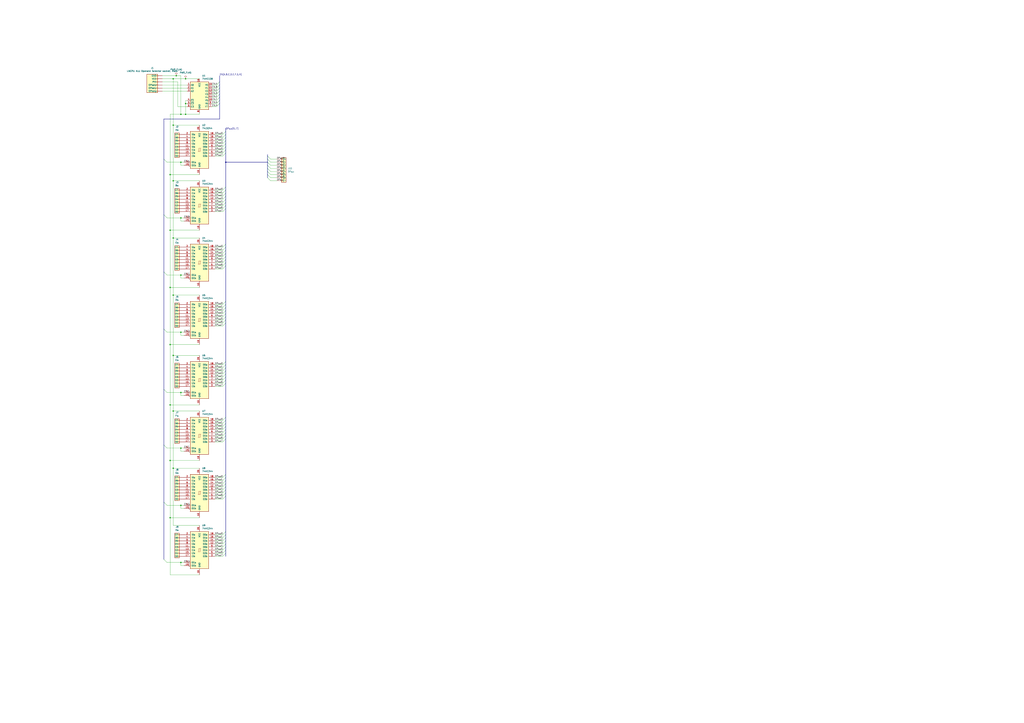
<source format=kicad_sch>
(kicad_sch
	(version 20250114)
	(generator "eeschema")
	(generator_version "9.0")
	(uuid "ef6ee4eb-b4f3-475f-bd29-90e6836bca32")
	(paper "A1")
	(lib_symbols
		(symbol "74xx:74HC238"
			(exclude_from_sim no)
			(in_bom yes)
			(on_board yes)
			(property "Reference" "U"
				(at -7.62 13.97 0)
				(effects
					(font
						(size 1.27 1.27)
					)
					(justify left bottom)
				)
			)
			(property "Value" "74HC238"
				(at 2.54 -11.43 0)
				(effects
					(font
						(size 1.27 1.27)
					)
					(justify left top)
				)
			)
			(property "Footprint" ""
				(at 0 0 0)
				(effects
					(font
						(size 1.27 1.27)
					)
					(hide yes)
				)
			)
			(property "Datasheet" "https://www.ti.com/lit/ds/symlink/cd74hc238.pdf"
				(at 0 0 0)
				(effects
					(font
						(size 1.27 1.27)
					)
					(hide yes)
				)
			)
			(property "Description" "3-to-8 line decoder/multiplexer, DIP-16/SOIC-16/SSOP-16"
				(at 0 0 0)
				(effects
					(font
						(size 1.27 1.27)
					)
					(hide yes)
				)
			)
			(property "ki_keywords" "demux"
				(at 0 0 0)
				(effects
					(font
						(size 1.27 1.27)
					)
					(hide yes)
				)
			)
			(property "ki_fp_filters" "DIP*W7.62mm* SOIC*3.9x9.9mm*P1.27mm* TSSOP*4.4x5mm*P0.65mm*"
				(at 0 0 0)
				(effects
					(font
						(size 1.27 1.27)
					)
					(hide yes)
				)
			)
			(symbol "74HC238_0_1"
				(rectangle
					(start -7.62 12.7)
					(end 7.62 -10.16)
					(stroke
						(width 0.254)
						(type default)
					)
					(fill
						(type background)
					)
				)
			)
			(symbol "74HC238_1_1"
				(pin input line
					(at -10.16 10.16 0)
					(length 2.54)
					(name "A0"
						(effects
							(font
								(size 1.27 1.27)
							)
						)
					)
					(number "1"
						(effects
							(font
								(size 1.27 1.27)
							)
						)
					)
				)
				(pin input line
					(at -10.16 7.62 0)
					(length 2.54)
					(name "A1"
						(effects
							(font
								(size 1.27 1.27)
							)
						)
					)
					(number "2"
						(effects
							(font
								(size 1.27 1.27)
							)
						)
					)
				)
				(pin input line
					(at -10.16 5.08 0)
					(length 2.54)
					(name "A2"
						(effects
							(font
								(size 1.27 1.27)
							)
						)
					)
					(number "3"
						(effects
							(font
								(size 1.27 1.27)
							)
						)
					)
				)
				(pin input line
					(at -10.16 -2.54 0)
					(length 2.54)
					(name "~{E1}"
						(effects
							(font
								(size 1.27 1.27)
							)
						)
					)
					(number "4"
						(effects
							(font
								(size 1.27 1.27)
							)
						)
					)
				)
				(pin input line
					(at -10.16 -5.08 0)
					(length 2.54)
					(name "~{E2}"
						(effects
							(font
								(size 1.27 1.27)
							)
						)
					)
					(number "5"
						(effects
							(font
								(size 1.27 1.27)
							)
						)
					)
				)
				(pin input line
					(at -10.16 -7.62 0)
					(length 2.54)
					(name "E3"
						(effects
							(font
								(size 1.27 1.27)
							)
						)
					)
					(number "6"
						(effects
							(font
								(size 1.27 1.27)
							)
						)
					)
				)
				(pin power_in line
					(at 0 15.24 270)
					(length 2.54)
					(name "VCC"
						(effects
							(font
								(size 1.27 1.27)
							)
						)
					)
					(number "16"
						(effects
							(font
								(size 1.27 1.27)
							)
						)
					)
				)
				(pin power_in line
					(at 0 -12.7 90)
					(length 2.54)
					(name "GND"
						(effects
							(font
								(size 1.27 1.27)
							)
						)
					)
					(number "8"
						(effects
							(font
								(size 1.27 1.27)
							)
						)
					)
				)
				(pin output line
					(at 10.16 10.16 180)
					(length 2.54)
					(name "Y0"
						(effects
							(font
								(size 1.27 1.27)
							)
						)
					)
					(number "15"
						(effects
							(font
								(size 1.27 1.27)
							)
						)
					)
				)
				(pin output line
					(at 10.16 7.62 180)
					(length 2.54)
					(name "Y1"
						(effects
							(font
								(size 1.27 1.27)
							)
						)
					)
					(number "14"
						(effects
							(font
								(size 1.27 1.27)
							)
						)
					)
				)
				(pin output line
					(at 10.16 5.08 180)
					(length 2.54)
					(name "Y2"
						(effects
							(font
								(size 1.27 1.27)
							)
						)
					)
					(number "13"
						(effects
							(font
								(size 1.27 1.27)
							)
						)
					)
				)
				(pin output line
					(at 10.16 2.54 180)
					(length 2.54)
					(name "Y3"
						(effects
							(font
								(size 1.27 1.27)
							)
						)
					)
					(number "12"
						(effects
							(font
								(size 1.27 1.27)
							)
						)
					)
				)
				(pin output line
					(at 10.16 0 180)
					(length 2.54)
					(name "Y4"
						(effects
							(font
								(size 1.27 1.27)
							)
						)
					)
					(number "11"
						(effects
							(font
								(size 1.27 1.27)
							)
						)
					)
				)
				(pin output line
					(at 10.16 -2.54 180)
					(length 2.54)
					(name "Y5"
						(effects
							(font
								(size 1.27 1.27)
							)
						)
					)
					(number "10"
						(effects
							(font
								(size 1.27 1.27)
							)
						)
					)
				)
				(pin output line
					(at 10.16 -5.08 180)
					(length 2.54)
					(name "Y6"
						(effects
							(font
								(size 1.27 1.27)
							)
						)
					)
					(number "9"
						(effects
							(font
								(size 1.27 1.27)
							)
						)
					)
				)
				(pin output line
					(at 10.16 -7.62 180)
					(length 2.54)
					(name "Y7"
						(effects
							(font
								(size 1.27 1.27)
							)
						)
					)
					(number "7"
						(effects
							(font
								(size 1.27 1.27)
							)
						)
					)
				)
			)
			(embedded_fonts no)
		)
		(symbol "74xx:74LS244"
			(pin_names
				(offset 1.016)
			)
			(exclude_from_sim no)
			(in_bom yes)
			(on_board yes)
			(property "Reference" "U"
				(at -7.62 16.51 0)
				(effects
					(font
						(size 1.27 1.27)
					)
				)
			)
			(property "Value" "74LS244"
				(at -7.62 -16.51 0)
				(effects
					(font
						(size 1.27 1.27)
					)
				)
			)
			(property "Footprint" ""
				(at 0 0 0)
				(effects
					(font
						(size 1.27 1.27)
					)
					(hide yes)
				)
			)
			(property "Datasheet" "http://www.ti.com/lit/ds/symlink/sn74ls244.pdf"
				(at 0 0 0)
				(effects
					(font
						(size 1.27 1.27)
					)
					(hide yes)
				)
			)
			(property "Description" "Octal Buffer and Line Driver With 3-State Output, active-low enables, non-inverting outputs"
				(at 0 0 0)
				(effects
					(font
						(size 1.27 1.27)
					)
					(hide yes)
				)
			)
			(property "ki_keywords" "7400 logic ttl low power schottky"
				(at 0 0 0)
				(effects
					(font
						(size 1.27 1.27)
					)
					(hide yes)
				)
			)
			(property "ki_fp_filters" "DIP?20*"
				(at 0 0 0)
				(effects
					(font
						(size 1.27 1.27)
					)
					(hide yes)
				)
			)
			(symbol "74LS244_1_0"
				(polyline
					(pts
						(xy -1.27 -1.27) (xy 0.635 -1.27) (xy 0.635 1.27) (xy 1.27 1.27)
					)
					(stroke
						(width 0)
						(type default)
					)
					(fill
						(type none)
					)
				)
				(polyline
					(pts
						(xy -0.635 -1.27) (xy -0.635 1.27) (xy 0.635 1.27)
					)
					(stroke
						(width 0)
						(type default)
					)
					(fill
						(type none)
					)
				)
				(pin input line
					(at -12.7 12.7 0)
					(length 5.08)
					(name "I0a"
						(effects
							(font
								(size 1.27 1.27)
							)
						)
					)
					(number "2"
						(effects
							(font
								(size 1.27 1.27)
							)
						)
					)
				)
				(pin input line
					(at -12.7 10.16 0)
					(length 5.08)
					(name "I1a"
						(effects
							(font
								(size 1.27 1.27)
							)
						)
					)
					(number "4"
						(effects
							(font
								(size 1.27 1.27)
							)
						)
					)
				)
				(pin input line
					(at -12.7 7.62 0)
					(length 5.08)
					(name "I2a"
						(effects
							(font
								(size 1.27 1.27)
							)
						)
					)
					(number "6"
						(effects
							(font
								(size 1.27 1.27)
							)
						)
					)
				)
				(pin input line
					(at -12.7 5.08 0)
					(length 5.08)
					(name "I3a"
						(effects
							(font
								(size 1.27 1.27)
							)
						)
					)
					(number "8"
						(effects
							(font
								(size 1.27 1.27)
							)
						)
					)
				)
				(pin input line
					(at -12.7 2.54 0)
					(length 5.08)
					(name "I0b"
						(effects
							(font
								(size 1.27 1.27)
							)
						)
					)
					(number "11"
						(effects
							(font
								(size 1.27 1.27)
							)
						)
					)
				)
				(pin input line
					(at -12.7 0 0)
					(length 5.08)
					(name "I1b"
						(effects
							(font
								(size 1.27 1.27)
							)
						)
					)
					(number "13"
						(effects
							(font
								(size 1.27 1.27)
							)
						)
					)
				)
				(pin input line
					(at -12.7 -2.54 0)
					(length 5.08)
					(name "I2b"
						(effects
							(font
								(size 1.27 1.27)
							)
						)
					)
					(number "15"
						(effects
							(font
								(size 1.27 1.27)
							)
						)
					)
				)
				(pin input line
					(at -12.7 -5.08 0)
					(length 5.08)
					(name "I3b"
						(effects
							(font
								(size 1.27 1.27)
							)
						)
					)
					(number "17"
						(effects
							(font
								(size 1.27 1.27)
							)
						)
					)
				)
				(pin input inverted
					(at -12.7 -10.16 0)
					(length 5.08)
					(name "OEa"
						(effects
							(font
								(size 1.27 1.27)
							)
						)
					)
					(number "1"
						(effects
							(font
								(size 1.27 1.27)
							)
						)
					)
				)
				(pin input inverted
					(at -12.7 -12.7 0)
					(length 5.08)
					(name "OEb"
						(effects
							(font
								(size 1.27 1.27)
							)
						)
					)
					(number "19"
						(effects
							(font
								(size 1.27 1.27)
							)
						)
					)
				)
				(pin power_in line
					(at 0 20.32 270)
					(length 5.08)
					(name "VCC"
						(effects
							(font
								(size 1.27 1.27)
							)
						)
					)
					(number "20"
						(effects
							(font
								(size 1.27 1.27)
							)
						)
					)
				)
				(pin power_in line
					(at 0 -20.32 90)
					(length 5.08)
					(name "GND"
						(effects
							(font
								(size 1.27 1.27)
							)
						)
					)
					(number "10"
						(effects
							(font
								(size 1.27 1.27)
							)
						)
					)
				)
				(pin tri_state line
					(at 12.7 12.7 180)
					(length 5.08)
					(name "O0a"
						(effects
							(font
								(size 1.27 1.27)
							)
						)
					)
					(number "18"
						(effects
							(font
								(size 1.27 1.27)
							)
						)
					)
				)
				(pin tri_state line
					(at 12.7 10.16 180)
					(length 5.08)
					(name "O1a"
						(effects
							(font
								(size 1.27 1.27)
							)
						)
					)
					(number "16"
						(effects
							(font
								(size 1.27 1.27)
							)
						)
					)
				)
				(pin tri_state line
					(at 12.7 7.62 180)
					(length 5.08)
					(name "O2a"
						(effects
							(font
								(size 1.27 1.27)
							)
						)
					)
					(number "14"
						(effects
							(font
								(size 1.27 1.27)
							)
						)
					)
				)
				(pin tri_state line
					(at 12.7 5.08 180)
					(length 5.08)
					(name "O3a"
						(effects
							(font
								(size 1.27 1.27)
							)
						)
					)
					(number "12"
						(effects
							(font
								(size 1.27 1.27)
							)
						)
					)
				)
				(pin tri_state line
					(at 12.7 2.54 180)
					(length 5.08)
					(name "O0b"
						(effects
							(font
								(size 1.27 1.27)
							)
						)
					)
					(number "9"
						(effects
							(font
								(size 1.27 1.27)
							)
						)
					)
				)
				(pin tri_state line
					(at 12.7 0 180)
					(length 5.08)
					(name "O1b"
						(effects
							(font
								(size 1.27 1.27)
							)
						)
					)
					(number "7"
						(effects
							(font
								(size 1.27 1.27)
							)
						)
					)
				)
				(pin tri_state line
					(at 12.7 -2.54 180)
					(length 5.08)
					(name "O2b"
						(effects
							(font
								(size 1.27 1.27)
							)
						)
					)
					(number "5"
						(effects
							(font
								(size 1.27 1.27)
							)
						)
					)
				)
				(pin tri_state line
					(at 12.7 -5.08 180)
					(length 5.08)
					(name "O3b"
						(effects
							(font
								(size 1.27 1.27)
							)
						)
					)
					(number "3"
						(effects
							(font
								(size 1.27 1.27)
							)
						)
					)
				)
			)
			(symbol "74LS244_1_1"
				(rectangle
					(start -7.62 15.24)
					(end 7.62 -15.24)
					(stroke
						(width 0.254)
						(type default)
					)
					(fill
						(type background)
					)
				)
			)
			(embedded_fonts no)
		)
		(symbol "lncpu:LNCPU ALU Operand Selector socket, male"
			(pin_numbers
				(hide yes)
			)
			(pin_names
				(offset 1.016)
			)
			(exclude_from_sim no)
			(in_bom yes)
			(on_board yes)
			(property "Reference" "J"
				(at 0 10.16 0)
				(effects
					(font
						(size 1.27 1.27)
					)
				)
			)
			(property "Value" "LNCPU ALU Operand Selector socket, male"
				(at 0 -12.7 0)
				(effects
					(font
						(size 1.27 1.27)
					)
				)
			)
			(property "Footprint" "Connector_PinHeader_2.54mm:PinHeader_1x08_P2.54mm_Horizontal"
				(at -3.302 12.954 0)
				(effects
					(font
						(size 1.27 1.27)
					)
					(hide yes)
				)
			)
			(property "Datasheet" "~"
				(at 0 0 0)
				(effects
					(font
						(size 1.27 1.27)
					)
					(hide yes)
				)
			)
			(property "Description" "LNCPU ALU Operand Selector socket, male"
				(at 0 -9.906 0)
				(effects
					(font
						(size 1.27 1.27)
					)
					(hide yes)
				)
			)
			(property "ki_keywords" "LNCPU ALU Operand Selector socket, male"
				(at 0 0 0)
				(effects
					(font
						(size 1.27 1.27)
					)
					(hide yes)
				)
			)
			(property "ki_fp_filters" "Connector*:*_1x??_*"
				(at 0 0 0)
				(effects
					(font
						(size 1.27 1.27)
					)
					(hide yes)
				)
			)
			(symbol "LNCPU ALU Operand Selector socket, male_1_1"
				(rectangle
					(start -1.27 8.89)
					(end 7.62 -6.35)
					(stroke
						(width 0.254)
						(type default)
					)
					(fill
						(type background)
					)
				)
				(rectangle
					(start -1.27 7.747)
					(end 0 7.493)
					(stroke
						(width 0.1524)
						(type default)
					)
					(fill
						(type none)
					)
				)
				(rectangle
					(start -1.27 5.207)
					(end 0 4.953)
					(stroke
						(width 0.1524)
						(type default)
					)
					(fill
						(type none)
					)
				)
				(rectangle
					(start -1.27 2.667)
					(end 0 2.413)
					(stroke
						(width 0.1524)
						(type default)
					)
					(fill
						(type none)
					)
				)
				(rectangle
					(start -1.27 0.127)
					(end 0 -0.127)
					(stroke
						(width 0.1524)
						(type default)
					)
					(fill
						(type none)
					)
				)
				(rectangle
					(start -1.27 -2.413)
					(end 0 -2.667)
					(stroke
						(width 0.1524)
						(type default)
					)
					(fill
						(type none)
					)
				)
				(rectangle
					(start -1.27 -4.953)
					(end 0 -5.207)
					(stroke
						(width 0.1524)
						(type default)
					)
					(fill
						(type none)
					)
				)
				(pin passive line
					(at -5.08 7.62 0)
					(length 3.81)
					(name "OPsel_{0}"
						(effects
							(font
								(size 1.27 1.27)
							)
						)
					)
					(number "2"
						(effects
							(font
								(size 1.27 1.27)
							)
						)
					)
				)
				(pin passive line
					(at -5.08 5.08 0)
					(length 3.81)
					(name "OPsel_{1}"
						(effects
							(font
								(size 1.27 1.27)
							)
						)
					)
					(number "3"
						(effects
							(font
								(size 1.27 1.27)
							)
						)
					)
				)
				(pin passive line
					(at -5.08 2.54 0)
					(length 3.81)
					(name "OPsel_{2}"
						(effects
							(font
								(size 1.27 1.27)
							)
						)
					)
					(number "4"
						(effects
							(font
								(size 1.27 1.27)
							)
						)
					)
				)
				(pin passive line
					(at -5.08 0 0)
					(length 3.81)
					(name "PHI"
						(effects
							(font
								(size 1.27 1.27)
							)
						)
					)
					(number "5"
						(effects
							(font
								(size 1.27 1.27)
							)
						)
					)
				)
				(pin passive line
					(at -5.08 -2.54 0)
					(length 3.81)
					(name "VCC"
						(effects
							(font
								(size 1.27 1.27)
							)
						)
					)
					(number "1"
						(effects
							(font
								(size 1.27 1.27)
							)
						)
					)
				)
				(pin passive line
					(at -5.08 -2.54 0)
					(length 3.81)
					(hide yes)
					(name "VCC"
						(effects
							(font
								(size 1.27 1.27)
							)
						)
					)
					(number "6"
						(effects
							(font
								(size 1.27 1.27)
							)
						)
					)
				)
				(pin passive line
					(at -5.08 -5.08 0)
					(length 3.81)
					(name "GND"
						(effects
							(font
								(size 1.27 1.27)
							)
						)
					)
					(number "7"
						(effects
							(font
								(size 1.27 1.27)
							)
						)
					)
				)
				(pin passive line
					(at -5.08 -5.08 0)
					(length 3.81)
					(hide yes)
					(name "GND"
						(effects
							(font
								(size 1.27 1.27)
							)
						)
					)
					(number "8"
						(effects
							(font
								(size 1.27 1.27)
							)
						)
					)
				)
			)
			(embedded_fonts no)
		)
		(symbol "lncpu:LNCPU_DBUS_SOCKET"
			(pin_numbers
				(hide yes)
			)
			(pin_names
				(offset 1.016)
			)
			(exclude_from_sim no)
			(in_bom yes)
			(on_board yes)
			(property "Reference" "J"
				(at 0 10.16 0)
				(effects
					(font
						(size 1.27 1.27)
					)
				)
			)
			(property "Value" "LNCPU_DBUS_Socket"
				(at 0 -12.7 0)
				(effects
					(font
						(size 1.27 1.27)
					)
				)
			)
			(property "Footprint" "Connector_PinSocket_2.54mm:PinSocket_1x08_P2.54mm_Vertical"
				(at 0 0 0)
				(effects
					(font
						(size 1.27 1.27)
					)
					(hide yes)
				)
			)
			(property "Datasheet" "~"
				(at 0 0 0)
				(effects
					(font
						(size 1.27 1.27)
					)
					(hide yes)
				)
			)
			(property "Description" "LNCPU DBUS socket"
				(at 0 0 0)
				(effects
					(font
						(size 1.27 1.27)
					)
					(hide yes)
				)
			)
			(property "ki_keywords" "LNCPU DBUS socket"
				(at 0 0 0)
				(effects
					(font
						(size 1.27 1.27)
					)
					(hide yes)
				)
			)
			(property "ki_fp_filters" "Connector*:*_1x??_*"
				(at 0 0 0)
				(effects
					(font
						(size 1.27 1.27)
					)
					(hide yes)
				)
			)
			(symbol "LNCPU_DBUS_SOCKET_1_1"
				(rectangle
					(start -1.27 8.89)
					(end 2.54 -11.43)
					(stroke
						(width 0.254)
						(type default)
					)
					(fill
						(type background)
					)
				)
				(rectangle
					(start -1.27 7.747)
					(end 0 7.493)
					(stroke
						(width 0.1524)
						(type default)
					)
					(fill
						(type none)
					)
				)
				(rectangle
					(start -1.27 5.207)
					(end 0 4.953)
					(stroke
						(width 0.1524)
						(type default)
					)
					(fill
						(type none)
					)
				)
				(rectangle
					(start -1.27 2.667)
					(end 0 2.413)
					(stroke
						(width 0.1524)
						(type default)
					)
					(fill
						(type none)
					)
				)
				(rectangle
					(start -1.27 0.127)
					(end 0 -0.127)
					(stroke
						(width 0.1524)
						(type default)
					)
					(fill
						(type none)
					)
				)
				(rectangle
					(start -1.27 -2.413)
					(end 0 -2.667)
					(stroke
						(width 0.1524)
						(type default)
					)
					(fill
						(type none)
					)
				)
				(rectangle
					(start -1.27 -4.953)
					(end 0 -5.207)
					(stroke
						(width 0.1524)
						(type default)
					)
					(fill
						(type none)
					)
				)
				(rectangle
					(start -1.27 -7.493)
					(end 0 -7.747)
					(stroke
						(width 0.1524)
						(type default)
					)
					(fill
						(type none)
					)
				)
				(rectangle
					(start -1.27 -10.033)
					(end 0 -10.287)
					(stroke
						(width 0.1524)
						(type default)
					)
					(fill
						(type none)
					)
				)
				(pin passive line
					(at -5.08 7.62 0)
					(length 3.81)
					(name "D0"
						(effects
							(font
								(size 1.27 1.27)
							)
						)
					)
					(number "1"
						(effects
							(font
								(size 1.27 1.27)
							)
						)
					)
				)
				(pin passive line
					(at -5.08 5.08 0)
					(length 3.81)
					(name "D1"
						(effects
							(font
								(size 1.27 1.27)
							)
						)
					)
					(number "2"
						(effects
							(font
								(size 1.27 1.27)
							)
						)
					)
				)
				(pin passive line
					(at -5.08 2.54 0)
					(length 3.81)
					(name "D2"
						(effects
							(font
								(size 1.27 1.27)
							)
						)
					)
					(number "3"
						(effects
							(font
								(size 1.27 1.27)
							)
						)
					)
				)
				(pin passive line
					(at -5.08 0 0)
					(length 3.81)
					(name "D3"
						(effects
							(font
								(size 1.27 1.27)
							)
						)
					)
					(number "4"
						(effects
							(font
								(size 1.27 1.27)
							)
						)
					)
				)
				(pin passive line
					(at -5.08 -2.54 0)
					(length 3.81)
					(name "D4"
						(effects
							(font
								(size 1.27 1.27)
							)
						)
					)
					(number "5"
						(effects
							(font
								(size 1.27 1.27)
							)
						)
					)
				)
				(pin passive line
					(at -5.08 -5.08 0)
					(length 3.81)
					(name "D5"
						(effects
							(font
								(size 1.27 1.27)
							)
						)
					)
					(number "6"
						(effects
							(font
								(size 1.27 1.27)
							)
						)
					)
				)
				(pin passive line
					(at -5.08 -7.62 0)
					(length 3.81)
					(name "D6"
						(effects
							(font
								(size 1.27 1.27)
							)
						)
					)
					(number "7"
						(effects
							(font
								(size 1.27 1.27)
							)
						)
					)
				)
				(pin passive line
					(at -5.08 -10.16 0)
					(length 3.81)
					(name "D7"
						(effects
							(font
								(size 1.27 1.27)
							)
						)
					)
					(number "8"
						(effects
							(font
								(size 1.27 1.27)
							)
						)
					)
				)
			)
			(embedded_fonts no)
		)
		(symbol "power:PWR_FLAG"
			(power)
			(pin_numbers
				(hide yes)
			)
			(pin_names
				(offset 0)
				(hide yes)
			)
			(exclude_from_sim no)
			(in_bom yes)
			(on_board yes)
			(property "Reference" "#FLG"
				(at 0 1.905 0)
				(effects
					(font
						(size 1.27 1.27)
					)
					(hide yes)
				)
			)
			(property "Value" "PWR_FLAG"
				(at 0 3.81 0)
				(effects
					(font
						(size 1.27 1.27)
					)
				)
			)
			(property "Footprint" ""
				(at 0 0 0)
				(effects
					(font
						(size 1.27 1.27)
					)
					(hide yes)
				)
			)
			(property "Datasheet" "~"
				(at 0 0 0)
				(effects
					(font
						(size 1.27 1.27)
					)
					(hide yes)
				)
			)
			(property "Description" "Special symbol for telling ERC where power comes from"
				(at 0 0 0)
				(effects
					(font
						(size 1.27 1.27)
					)
					(hide yes)
				)
			)
			(property "ki_keywords" "flag power"
				(at 0 0 0)
				(effects
					(font
						(size 1.27 1.27)
					)
					(hide yes)
				)
			)
			(symbol "PWR_FLAG_0_0"
				(pin power_out line
					(at 0 0 90)
					(length 0)
					(name "~"
						(effects
							(font
								(size 1.27 1.27)
							)
						)
					)
					(number "1"
						(effects
							(font
								(size 1.27 1.27)
							)
						)
					)
				)
			)
			(symbol "PWR_FLAG_0_1"
				(polyline
					(pts
						(xy 0 0) (xy 0 1.27) (xy -1.016 1.905) (xy 0 2.54) (xy 1.016 1.905) (xy 0 1.27)
					)
					(stroke
						(width 0)
						(type default)
					)
					(fill
						(type none)
					)
				)
			)
			(embedded_fonts no)
		)
	)
	(junction
		(at 148.59 179.07)
		(diameter 0)
		(color 0 0 0 0)
		(uuid "17a1905f-7721-48fd-81dc-7936cbbc7d29")
	)
	(junction
		(at 152.4 64.77)
		(diameter 0)
		(color 0 0 0 0)
		(uuid "18b56721-d78b-4398-9ae7-844b9d57778f")
	)
	(junction
		(at 142.24 195.58)
		(diameter 0)
		(color 0 0 0 0)
		(uuid "27dda7d9-654a-4ede-a7f2-28ab6f1e1adf")
	)
	(junction
		(at 142.24 148.59)
		(diameter 0)
		(color 0 0 0 0)
		(uuid "2e884fc6-1a55-414d-99b7-380ad56815c3")
	)
	(junction
		(at 142.24 64.77)
		(diameter 0)
		(color 0 0 0 0)
		(uuid "39f5b011-b755-4c0c-b42e-5aa6c08844fc")
	)
	(junction
		(at 144.78 62.23)
		(diameter 0)
		(color 0 0 0 0)
		(uuid "3b7acfbb-85d4-448b-ab7f-f12cb4a17f97")
	)
	(junction
		(at 185.42 133.35)
		(diameter 0)
		(color 0 0 0 0)
		(uuid "490e88c7-d8d7-4885-af54-79cbca9bc730")
	)
	(junction
		(at 139.7 332.74)
		(diameter 0)
		(color 0 0 0 0)
		(uuid "4a860374-36c3-4ac7-969f-d85a00ca3121")
	)
	(junction
		(at 152.4 93.98)
		(diameter 0)
		(color 0 0 0 0)
		(uuid "4e5f2ff8-47b1-4f8a-b394-c4b93dcf2aec")
	)
	(junction
		(at 142.24 337.82)
		(diameter 0)
		(color 0 0 0 0)
		(uuid "59d0a655-7640-470b-8a31-b03511c685b2")
	)
	(junction
		(at 148.59 273.05)
		(diameter 0)
		(color 0 0 0 0)
		(uuid "74225439-e651-4389-9619-8c2dad4b8621")
	)
	(junction
		(at 148.59 368.3)
		(diameter 0)
		(color 0 0 0 0)
		(uuid "77d08004-c6e3-45f3-acee-cd4885ed96d3")
	)
	(junction
		(at 139.7 143.51)
		(diameter 0)
		(color 0 0 0 0)
		(uuid "7939cc6d-25cf-4aa4-bd73-5776b5df12a4")
	)
	(junction
		(at 139.7 425.45)
		(diameter 0)
		(color 0 0 0 0)
		(uuid "81efd00b-8446-47b6-9eaa-1f71a10b8eb2")
	)
	(junction
		(at 152.4 85.09)
		(diameter 0)
		(color 0 0 0 0)
		(uuid "901464d8-a7cc-4673-8166-2ca84cf8d3e8")
	)
	(junction
		(at 139.7 283.21)
		(diameter 0)
		(color 0 0 0 0)
		(uuid "9020d89c-16b9-4794-b0d2-09a238885e59")
	)
	(junction
		(at 139.7 236.22)
		(diameter 0)
		(color 0 0 0 0)
		(uuid "a2795c8f-a2fd-4bab-b1bd-5d3b43393fbc")
	)
	(junction
		(at 139.7 378.46)
		(diameter 0)
		(color 0 0 0 0)
		(uuid "ad9580e1-79f8-4c1a-af12-7f429ca8ce2c")
	)
	(junction
		(at 142.24 292.1)
		(diameter 0)
		(color 0 0 0 0)
		(uuid "afe80ed3-2ad4-4568-82ee-53265c10b37c")
	)
	(junction
		(at 148.59 462.28)
		(diameter 0)
		(color 0 0 0 0)
		(uuid "b1a3433c-abd7-4e72-b41b-50388776e742")
	)
	(junction
		(at 148.59 226.06)
		(diameter 0)
		(color 0 0 0 0)
		(uuid "cf6a95c1-bfc8-4621-864e-b3d01db3c397")
	)
	(junction
		(at 142.24 242.57)
		(diameter 0)
		(color 0 0 0 0)
		(uuid "d7f875a4-93b9-423f-9e7c-9f959ba1a0e2")
	)
	(junction
		(at 148.59 93.98)
		(diameter 0)
		(color 0 0 0 0)
		(uuid "db0c25e9-f386-4169-a993-30d8854b3016")
	)
	(junction
		(at 148.59 322.58)
		(diameter 0)
		(color 0 0 0 0)
		(uuid "dd45f0c0-10ed-4dfa-9591-1d21a9d1ff7f")
	)
	(junction
		(at 148.59 133.35)
		(diameter 0)
		(color 0 0 0 0)
		(uuid "ddbeb898-f1c6-4168-8031-658bd2722f8d")
	)
	(junction
		(at 142.24 384.81)
		(diameter 0)
		(color 0 0 0 0)
		(uuid "e48072cc-f70e-4e67-bc4a-8ef4f00f2c9f")
	)
	(junction
		(at 139.7 189.23)
		(diameter 0)
		(color 0 0 0 0)
		(uuid "ef65f45d-2b46-4a39-9854-6e371b8951ad")
	)
	(junction
		(at 142.24 102.87)
		(diameter 0)
		(color 0 0 0 0)
		(uuid "f91edabb-ad3b-4046-a6b6-b28d984ca40d")
	)
	(junction
		(at 148.59 415.29)
		(diameter 0)
		(color 0 0 0 0)
		(uuid "fc7134bf-0c83-4fa6-a38c-36cfe0ee3a41")
	)
	(bus_entry
		(at 185.42 353.06)
		(size -2.54 2.54)
		(stroke
			(width 0)
			(type default)
		)
		(uuid "0280b588-a554-4b96-aa17-647c6cad2c64")
	)
	(bus_entry
		(at 180.34 77.47)
		(size -2.54 2.54)
		(stroke
			(width 0)
			(type default)
		)
		(uuid "05b44792-bb0d-4bf4-b800-078241c82ceb")
	)
	(bus_entry
		(at 185.42 299.72)
		(size -2.54 2.54)
		(stroke
			(width 0)
			(type default)
		)
		(uuid "08afa089-ef9d-4b8d-903e-f1838c8ec109")
	)
	(bus_entry
		(at 185.42 110.49)
		(size -2.54 2.54)
		(stroke
			(width 0)
			(type default)
		)
		(uuid "153fc9ca-9cdc-4cbc-827c-693f909339fa")
	)
	(bus_entry
		(at 185.42 350.52)
		(size -2.54 2.54)
		(stroke
			(width 0)
			(type default)
		)
		(uuid "15893bd2-6a23-4f2d-966e-97b7599e2797")
	)
	(bus_entry
		(at 219.71 128.27)
		(size 2.54 2.54)
		(stroke
			(width 0)
			(type default)
		)
		(uuid "162fc4f2-3beb-4972-a376-b00a5fbe7cb2")
	)
	(bus_entry
		(at 219.71 133.35)
		(size 2.54 2.54)
		(stroke
			(width 0)
			(type default)
		)
		(uuid "1932e0de-a5d4-4f66-a123-dfcd24301709")
	)
	(bus_entry
		(at 185.42 260.35)
		(size -2.54 2.54)
		(stroke
			(width 0)
			(type default)
		)
		(uuid "1dd3cba4-286c-46e1-b505-591fd617f66c")
	)
	(bus_entry
		(at 185.42 449.58)
		(size -2.54 2.54)
		(stroke
			(width 0)
			(type default)
		)
		(uuid "20a2a2e0-d6b7-4c00-b4ef-84a9e82baad8")
	)
	(bus_entry
		(at 185.42 213.36)
		(size -2.54 2.54)
		(stroke
			(width 0)
			(type default)
		)
		(uuid "20b005f2-7792-4cd8-a0d8-7c45360c8934")
	)
	(bus_entry
		(at 219.71 146.05)
		(size 2.54 2.54)
		(stroke
			(width 0)
			(type default)
		)
		(uuid "23105ce9-7d67-4262-b091-4b9e67a4af1b")
	)
	(bus_entry
		(at 219.71 143.51)
		(size 2.54 2.54)
		(stroke
			(width 0)
			(type default)
		)
		(uuid "25bb8939-7d35-4c2c-a789-3e735d6f5e89")
	)
	(bus_entry
		(at 185.42 355.6)
		(size -2.54 2.54)
		(stroke
			(width 0)
			(type default)
		)
		(uuid "26d2a9a4-8ea7-4934-8512-eacb1b5a7a74")
	)
	(bus_entry
		(at 185.42 252.73)
		(size -2.54 2.54)
		(stroke
			(width 0)
			(type default)
		)
		(uuid "2b387703-1487-475b-a9d4-8ad2d502f0e1")
	)
	(bus_entry
		(at 185.42 205.74)
		(size -2.54 2.54)
		(stroke
			(width 0)
			(type default)
		)
		(uuid "2b97cacd-74d2-4ff6-832b-c643be287720")
	)
	(bus_entry
		(at 185.42 265.43)
		(size -2.54 2.54)
		(stroke
			(width 0)
			(type default)
		)
		(uuid "2ba7b52d-2c2f-47e5-a148-2d9385d6fc60")
	)
	(bus_entry
		(at 185.42 389.89)
		(size -2.54 2.54)
		(stroke
			(width 0)
			(type default)
		)
		(uuid "2d7b4b87-b57a-43b3-9ed4-17f6a2a66214")
	)
	(bus_entry
		(at 185.42 158.75)
		(size -2.54 2.54)
		(stroke
			(width 0)
			(type default)
		)
		(uuid "2e5f6ea2-4cb8-4185-a78f-7d8a200c3d55")
	)
	(bus_entry
		(at 185.42 125.73)
		(size -2.54 2.54)
		(stroke
			(width 0)
			(type default)
		)
		(uuid "2fe20814-06ae-40eb-9e17-1687fd05eaa9")
	)
	(bus_entry
		(at 185.42 208.28)
		(size -2.54 2.54)
		(stroke
			(width 0)
			(type default)
		)
		(uuid "344e0a5d-be43-4b85-ab2c-11cdace48f9a")
	)
	(bus_entry
		(at 185.42 118.11)
		(size -2.54 2.54)
		(stroke
			(width 0)
			(type default)
		)
		(uuid "35b8802f-ee77-4f32-a325-3e0caa929c62")
	)
	(bus_entry
		(at 180.34 85.09)
		(size -2.54 2.54)
		(stroke
			(width 0)
			(type default)
		)
		(uuid "39b5af49-a50a-4cde-bcbb-096fe4a94228")
	)
	(bus_entry
		(at 185.42 166.37)
		(size -2.54 2.54)
		(stroke
			(width 0)
			(type default)
		)
		(uuid "39d42578-a19a-4294-a633-6891f72a6ebf")
	)
	(bus_entry
		(at 180.34 67.31)
		(size -2.54 2.54)
		(stroke
			(width 0)
			(type default)
		)
		(uuid "44b291fa-c52b-4886-8d6d-b0cd7db73142")
	)
	(bus_entry
		(at 134.62 223.52)
		(size 2.54 2.54)
		(stroke
			(width 0)
			(type default)
		)
		(uuid "464d5df5-70d6-45fc-937a-6de1ef97f371")
	)
	(bus_entry
		(at 185.42 203.2)
		(size -2.54 2.54)
		(stroke
			(width 0)
			(type default)
		)
		(uuid "48de882b-c9c0-478d-9dc0-5aa117131450")
	)
	(bus_entry
		(at 134.62 270.51)
		(size 2.54 2.54)
		(stroke
			(width 0)
			(type default)
		)
		(uuid "4a0b6ec7-e37a-4b37-95ed-1b03110b1edb")
	)
	(bus_entry
		(at 219.71 130.81)
		(size 2.54 2.54)
		(stroke
			(width 0)
			(type default)
		)
		(uuid "4d92d865-52e3-473b-a226-bbfc82985980")
	)
	(bus_entry
		(at 185.42 257.81)
		(size -2.54 2.54)
		(stroke
			(width 0)
			(type default)
		)
		(uuid "4fe46d48-3d3d-4cb2-882e-8d663b74f27b")
	)
	(bus_entry
		(at 185.42 342.9)
		(size -2.54 2.54)
		(stroke
			(width 0)
			(type default)
		)
		(uuid "512c61a4-37b1-4090-a70b-a108131ae07d")
	)
	(bus_entry
		(at 185.42 436.88)
		(size -2.54 2.54)
		(stroke
			(width 0)
			(type default)
		)
		(uuid "515f373d-3510-4055-b2bd-f66b4703715a")
	)
	(bus_entry
		(at 185.42 439.42)
		(size -2.54 2.54)
		(stroke
			(width 0)
			(type default)
		)
		(uuid "551412a0-1d5c-433b-b2f4-7fb65910d352")
	)
	(bus_entry
		(at 185.42 441.96)
		(size -2.54 2.54)
		(stroke
			(width 0)
			(type default)
		)
		(uuid "55720698-e804-4f22-95eb-ea77108c6046")
	)
	(bus_entry
		(at 185.42 402.59)
		(size -2.54 2.54)
		(stroke
			(width 0)
			(type default)
		)
		(uuid "56948cd5-7832-4dd4-b76f-8bb422903b0a")
	)
	(bus_entry
		(at 185.42 345.44)
		(size -2.54 2.54)
		(stroke
			(width 0)
			(type default)
		)
		(uuid "59a38174-dc15-46a4-a310-db043c44b509")
	)
	(bus_entry
		(at 185.42 161.29)
		(size -2.54 2.54)
		(stroke
			(width 0)
			(type default)
		)
		(uuid "5bbd21da-517e-4ce0-94c0-6d7d1477d738")
	)
	(bus_entry
		(at 185.42 168.91)
		(size -2.54 2.54)
		(stroke
			(width 0)
			(type default)
		)
		(uuid "62d0508b-e3ec-4201-9f44-6d13577dc077")
	)
	(bus_entry
		(at 185.42 113.03)
		(size -2.54 2.54)
		(stroke
			(width 0)
			(type default)
		)
		(uuid "6aaa1fd4-a64f-4c69-a748-56705d4d3124")
	)
	(bus_entry
		(at 185.42 309.88)
		(size -2.54 2.54)
		(stroke
			(width 0)
			(type default)
		)
		(uuid "6c7e3531-ea52-41c5-96f1-f468bf94b49d")
	)
	(bus_entry
		(at 185.42 250.19)
		(size -2.54 2.54)
		(stroke
			(width 0)
			(type default)
		)
		(uuid "6d1cf8d5-a839-4fb1-8ebe-1f92cd145d03")
	)
	(bus_entry
		(at 185.42 447.04)
		(size -2.54 2.54)
		(stroke
			(width 0)
			(type default)
		)
		(uuid "6edc011e-3a1a-4406-98b7-113cd6fc099f")
	)
	(bus_entry
		(at 185.42 452.12)
		(size -2.54 2.54)
		(stroke
			(width 0)
			(type default)
		)
		(uuid "77792efc-266d-47f5-b47e-7bc792e93009")
	)
	(bus_entry
		(at 185.42 163.83)
		(size -2.54 2.54)
		(stroke
			(width 0)
			(type default)
		)
		(uuid "77e12e75-20a1-4340-a737-51a356f587ae")
	)
	(bus_entry
		(at 185.42 454.66)
		(size -2.54 2.54)
		(stroke
			(width 0)
			(type default)
		)
		(uuid "7bfa277f-7f23-4fe2-80b9-308b87d91829")
	)
	(bus_entry
		(at 185.42 392.43)
		(size -2.54 2.54)
		(stroke
			(width 0)
			(type default)
		)
		(uuid "7f27e406-56a5-4940-b21e-a312d25069e3")
	)
	(bus_entry
		(at 185.42 115.57)
		(size -2.54 2.54)
		(stroke
			(width 0)
			(type default)
		)
		(uuid "7ff870c7-aa03-44d6-9088-70087ee42437")
	)
	(bus_entry
		(at 185.42 314.96)
		(size -2.54 2.54)
		(stroke
			(width 0)
			(type default)
		)
		(uuid "803df9fe-b749-435d-82c1-1d3be1b1c352")
	)
	(bus_entry
		(at 185.42 397.51)
		(size -2.54 2.54)
		(stroke
			(width 0)
			(type default)
		)
		(uuid "8fd531bc-d095-40ad-80e2-26e914a11c84")
	)
	(bus_entry
		(at 185.42 215.9)
		(size -2.54 2.54)
		(stroke
			(width 0)
			(type default)
		)
		(uuid "913bafcf-43b9-40e0-8310-238b0d2406a0")
	)
	(bus_entry
		(at 134.62 459.74)
		(size 2.54 2.54)
		(stroke
			(width 0)
			(type default)
		)
		(uuid "91e97c13-dd13-48a9-82f0-927e6d909f29")
	)
	(bus_entry
		(at 185.42 302.26)
		(size -2.54 2.54)
		(stroke
			(width 0)
			(type default)
		)
		(uuid "96cf9f09-77cf-4361-b6bb-a8f901c7f578")
	)
	(bus_entry
		(at 185.42 200.66)
		(size -2.54 2.54)
		(stroke
			(width 0)
			(type default)
		)
		(uuid "98c2718d-3ed4-4ed0-bb68-caab24e6dffc")
	)
	(bus_entry
		(at 185.42 444.5)
		(size -2.54 2.54)
		(stroke
			(width 0)
			(type default)
		)
		(uuid "a580c83d-543d-4605-83c8-8a1fe0088392")
	)
	(bus_entry
		(at 185.42 262.89)
		(size -2.54 2.54)
		(stroke
			(width 0)
			(type default)
		)
		(uuid "a746ede0-dfb0-4bc7-a758-829f5c0b56b9")
	)
	(bus_entry
		(at 185.42 405.13)
		(size -2.54 2.54)
		(stroke
			(width 0)
			(type default)
		)
		(uuid "a872e21c-6bd6-40ef-880e-33e3575f908e")
	)
	(bus_entry
		(at 219.71 140.97)
		(size 2.54 2.54)
		(stroke
			(width 0)
			(type default)
		)
		(uuid "ada5423c-71f7-46c4-8d89-1a2f3bde1543")
	)
	(bus_entry
		(at 185.42 210.82)
		(size -2.54 2.54)
		(stroke
			(width 0)
			(type default)
		)
		(uuid "ae168448-f28a-4ca6-b436-e6e21bf7b8c6")
	)
	(bus_entry
		(at 180.34 80.01)
		(size -2.54 2.54)
		(stroke
			(width 0)
			(type default)
		)
		(uuid "afc53609-608f-42e3-91b6-49a909f27743")
	)
	(bus_entry
		(at 185.42 123.19)
		(size -2.54 2.54)
		(stroke
			(width 0)
			(type default)
		)
		(uuid "b07098cb-a37d-4e21-822c-edb99348b046")
	)
	(bus_entry
		(at 185.42 171.45)
		(size -2.54 2.54)
		(stroke
			(width 0)
			(type default)
		)
		(uuid "b0e6730f-f4b7-418d-b71a-cb6d0b9ba735")
	)
	(bus_entry
		(at 185.42 218.44)
		(size -2.54 2.54)
		(stroke
			(width 0)
			(type default)
		)
		(uuid "b121d7de-e41f-477a-87c8-fc9e16cab570")
	)
	(bus_entry
		(at 185.42 407.67)
		(size -2.54 2.54)
		(stroke
			(width 0)
			(type default)
		)
		(uuid "b12cef64-28c1-482b-a316-3d7003e84e5e")
	)
	(bus_entry
		(at 185.42 120.65)
		(size -2.54 2.54)
		(stroke
			(width 0)
			(type default)
		)
		(uuid "b8e908ed-2814-44da-be78-02c64d0ed764")
	)
	(bus_entry
		(at 134.62 130.81)
		(size 2.54 2.54)
		(stroke
			(width 0)
			(type default)
		)
		(uuid "bec207fa-ceda-42b7-9c60-4ddbb2bdbde2")
	)
	(bus_entry
		(at 185.42 307.34)
		(size -2.54 2.54)
		(stroke
			(width 0)
			(type default)
		)
		(uuid "bf11f048-0c7d-4afa-a884-930b056abcb0")
	)
	(bus_entry
		(at 185.42 358.14)
		(size -2.54 2.54)
		(stroke
			(width 0)
			(type default)
		)
		(uuid "c0a36924-6a6f-448e-8f9a-ac26d8634f73")
	)
	(bus_entry
		(at 185.42 153.67)
		(size -2.54 2.54)
		(stroke
			(width 0)
			(type default)
		)
		(uuid "c1665f75-d97b-4a46-a67d-80967f37cfd4")
	)
	(bus_entry
		(at 185.42 312.42)
		(size -2.54 2.54)
		(stroke
			(width 0)
			(type default)
		)
		(uuid "c5e536cd-5083-4f1d-b4ee-3ec3fa18ed41")
	)
	(bus_entry
		(at 185.42 304.8)
		(size -2.54 2.54)
		(stroke
			(width 0)
			(type default)
		)
		(uuid "c998b5d8-2794-4815-8b5d-2e9aa8de105c")
	)
	(bus_entry
		(at 180.34 72.39)
		(size -2.54 2.54)
		(stroke
			(width 0)
			(type default)
		)
		(uuid "cb1d63a6-72e3-4d13-a058-bcbc5add22b3")
	)
	(bus_entry
		(at 219.71 135.89)
		(size 2.54 2.54)
		(stroke
			(width 0)
			(type default)
		)
		(uuid "ccfdea3a-3bf4-404f-b0fe-ed44ae3c7d7f")
	)
	(bus_entry
		(at 185.42 360.68)
		(size -2.54 2.54)
		(stroke
			(width 0)
			(type default)
		)
		(uuid "ce31926e-0f37-45dc-8e69-7d2cd17d4564")
	)
	(bus_entry
		(at 134.62 412.75)
		(size 2.54 2.54)
		(stroke
			(width 0)
			(type default)
		)
		(uuid "cfec20ab-32b2-4d91-b6ea-8fdbde296779")
	)
	(bus_entry
		(at 185.42 156.21)
		(size -2.54 2.54)
		(stroke
			(width 0)
			(type default)
		)
		(uuid "d7f772d1-c44e-42e1-b889-87a4feda72ce")
	)
	(bus_entry
		(at 180.34 69.85)
		(size -2.54 2.54)
		(stroke
			(width 0)
			(type default)
		)
		(uuid "d8a85e41-a389-440f-9a70-d94285d4393a")
	)
	(bus_entry
		(at 134.62 365.76)
		(size 2.54 2.54)
		(stroke
			(width 0)
			(type default)
		)
		(uuid "dc267d3c-01ba-4ea8-ba67-1cb7df1c24db")
	)
	(bus_entry
		(at 185.42 107.95)
		(size -2.54 2.54)
		(stroke
			(width 0)
			(type default)
		)
		(uuid "dc56d903-fef4-4674-9f6d-a0d6040cd0b9")
	)
	(bus_entry
		(at 134.62 176.53)
		(size 2.54 2.54)
		(stroke
			(width 0)
			(type default)
		)
		(uuid "df35ee3d-8bd9-4ab1-8b5b-344bbd43a749")
	)
	(bus_entry
		(at 180.34 82.55)
		(size -2.54 2.54)
		(stroke
			(width 0)
			(type default)
		)
		(uuid "e02c60ac-9cbf-447f-a9cd-5028489ac1fa")
	)
	(bus_entry
		(at 185.42 394.97)
		(size -2.54 2.54)
		(stroke
			(width 0)
			(type default)
		)
		(uuid "e3e995b4-64a9-4dd2-904b-7c4a2d6e9d84")
	)
	(bus_entry
		(at 180.34 74.93)
		(size -2.54 2.54)
		(stroke
			(width 0)
			(type default)
		)
		(uuid "e95aeede-91af-4c00-8a71-a1e85f8922ea")
	)
	(bus_entry
		(at 219.71 138.43)
		(size 2.54 2.54)
		(stroke
			(width 0)
			(type default)
		)
		(uuid "eca73c13-7ba7-4fd0-957d-8713d5f6c7e6")
	)
	(bus_entry
		(at 134.62 320.04)
		(size 2.54 2.54)
		(stroke
			(width 0)
			(type default)
		)
		(uuid "efd39f1d-5826-481f-8012-2b240f95ec78")
	)
	(bus_entry
		(at 185.42 247.65)
		(size -2.54 2.54)
		(stroke
			(width 0)
			(type default)
		)
		(uuid "f0718b39-2268-4e24-bcd7-706ef0c5e4f1")
	)
	(bus_entry
		(at 185.42 347.98)
		(size -2.54 2.54)
		(stroke
			(width 0)
			(type default)
		)
		(uuid "f6ed3bc2-4b78-4808-9fbc-436d9e2f9e04")
	)
	(bus_entry
		(at 185.42 255.27)
		(size -2.54 2.54)
		(stroke
			(width 0)
			(type default)
		)
		(uuid "f864aea2-684f-470e-a246-9e73ac50a567")
	)
	(bus_entry
		(at 185.42 297.18)
		(size -2.54 2.54)
		(stroke
			(width 0)
			(type default)
		)
		(uuid "fa025084-8fb4-4ca4-b1dd-da02d5e3d642")
	)
	(bus_entry
		(at 185.42 400.05)
		(size -2.54 2.54)
		(stroke
			(width 0)
			(type default)
		)
		(uuid "fc5ceab0-2b42-40bf-aec1-b99f0475b02a")
	)
	(wire
		(pts
			(xy 148.59 368.3) (xy 151.13 368.3)
		)
		(stroke
			(width 0)
			(type default)
		)
		(uuid "004812b1-4388-4da5-9566-977373a9235f")
	)
	(bus
		(pts
			(xy 185.42 210.82) (xy 185.42 213.36)
		)
		(stroke
			(width 0)
			(type default)
		)
		(uuid "007efcbf-4c9d-463e-9bad-f0fbcfc56a52")
	)
	(bus
		(pts
			(xy 185.42 392.43) (xy 185.42 394.97)
		)
		(stroke
			(width 0)
			(type default)
		)
		(uuid "00d359d6-9e8b-4327-8240-ee865d2da9e6")
	)
	(bus
		(pts
			(xy 134.62 130.81) (xy 134.62 176.53)
		)
		(stroke
			(width 0)
			(type default)
		)
		(uuid "00dea598-4b12-47ac-b9bf-b7f43507cbd5")
	)
	(bus
		(pts
			(xy 180.34 67.31) (xy 180.34 69.85)
		)
		(stroke
			(width 0)
			(type default)
		)
		(uuid "016c76c1-f638-49dc-bfc6-c2cfe198f4e3")
	)
	(bus
		(pts
			(xy 185.42 441.96) (xy 185.42 444.5)
		)
		(stroke
			(width 0)
			(type default)
		)
		(uuid "01fa44d4-ee04-4697-aae2-9ff755a08e1a")
	)
	(bus
		(pts
			(xy 185.42 400.05) (xy 185.42 402.59)
		)
		(stroke
			(width 0)
			(type default)
		)
		(uuid "02ec55b9-e21a-49eb-9a6f-19770b9e1915")
	)
	(wire
		(pts
			(xy 148.59 417.83) (xy 151.13 417.83)
		)
		(stroke
			(width 0)
			(type default)
		)
		(uuid "03fcd546-d6c3-4444-9919-98124cc3031d")
	)
	(wire
		(pts
			(xy 137.16 179.07) (xy 148.59 179.07)
		)
		(stroke
			(width 0)
			(type default)
		)
		(uuid "042dbbae-4106-49bc-98ca-c200fc1f9054")
	)
	(wire
		(pts
			(xy 144.78 62.23) (xy 148.59 62.23)
		)
		(stroke
			(width 0)
			(type default)
		)
		(uuid "0541fcb0-cf0b-4947-80bf-bf7062440bf1")
	)
	(wire
		(pts
			(xy 142.24 195.58) (xy 163.83 195.58)
		)
		(stroke
			(width 0)
			(type default)
		)
		(uuid "05914988-7bf7-45a9-ad83-23b988ae848e")
	)
	(wire
		(pts
			(xy 176.53 347.98) (xy 182.88 347.98)
		)
		(stroke
			(width 0)
			(type default)
		)
		(uuid "05982cdc-044e-4879-bc13-5005a2f100b3")
	)
	(bus
		(pts
			(xy 185.42 208.28) (xy 185.42 210.82)
		)
		(stroke
			(width 0)
			(type default)
		)
		(uuid "06aef69d-c547-4b76-86cc-8d741d5fff8b")
	)
	(wire
		(pts
			(xy 142.24 292.1) (xy 142.24 337.82)
		)
		(stroke
			(width 0)
			(type default)
		)
		(uuid "07fafdb0-8176-45d1-96c8-8d1f62b9c13c")
	)
	(bus
		(pts
			(xy 185.42 355.6) (xy 185.42 358.14)
		)
		(stroke
			(width 0)
			(type default)
		)
		(uuid "08eb4731-2018-4963-8e59-78313667a69b")
	)
	(wire
		(pts
			(xy 148.59 226.06) (xy 148.59 228.6)
		)
		(stroke
			(width 0)
			(type default)
		)
		(uuid "0a90b0f3-d25d-4794-a4e0-8572ba869a06")
	)
	(wire
		(pts
			(xy 176.53 123.19) (xy 182.88 123.19)
		)
		(stroke
			(width 0)
			(type default)
		)
		(uuid "0c23ce12-9ff2-4043-bcca-1172e4c2f2fe")
	)
	(wire
		(pts
			(xy 142.24 148.59) (xy 163.83 148.59)
		)
		(stroke
			(width 0)
			(type default)
		)
		(uuid "0c5176ce-0a03-4e61-a188-2a8f32d69a7b")
	)
	(wire
		(pts
			(xy 148.59 226.06) (xy 151.13 226.06)
		)
		(stroke
			(width 0)
			(type default)
		)
		(uuid "0cdb7cb3-5af0-4cbd-bef2-32886206b7b3")
	)
	(wire
		(pts
			(xy 176.53 210.82) (xy 182.88 210.82)
		)
		(stroke
			(width 0)
			(type default)
		)
		(uuid "0f0e5037-a4e4-45bd-8e68-1e2a8938c5c5")
	)
	(bus
		(pts
			(xy 180.34 62.23) (xy 180.34 67.31)
		)
		(stroke
			(width 0)
			(type default)
		)
		(uuid "0f56711b-dcbd-4b97-87e5-91b1142762c8")
	)
	(bus
		(pts
			(xy 185.42 342.9) (xy 185.42 345.44)
		)
		(stroke
			(width 0)
			(type default)
		)
		(uuid "10599422-db6b-49a4-92fe-8b8e4b218e2d")
	)
	(wire
		(pts
			(xy 176.53 250.19) (xy 182.88 250.19)
		)
		(stroke
			(width 0)
			(type default)
		)
		(uuid "105bf0bf-cb3c-4342-982e-b8d8a133ffcb")
	)
	(wire
		(pts
			(xy 176.53 171.45) (xy 182.88 171.45)
		)
		(stroke
			(width 0)
			(type default)
		)
		(uuid "10f514e3-dca6-440d-a428-ad56d79eef43")
	)
	(wire
		(pts
			(xy 148.59 133.35) (xy 148.59 135.89)
		)
		(stroke
			(width 0)
			(type default)
		)
		(uuid "13416720-50a6-4f7b-963d-e07c561b46c9")
	)
	(wire
		(pts
			(xy 142.24 337.82) (xy 142.24 384.81)
		)
		(stroke
			(width 0)
			(type default)
		)
		(uuid "14cac215-f145-43a7-9d4e-14e5e548b39d")
	)
	(wire
		(pts
			(xy 142.24 102.87) (xy 142.24 148.59)
		)
		(stroke
			(width 0)
			(type default)
		)
		(uuid "159f7afb-a687-4c71-8051-9350d211a3fd")
	)
	(bus
		(pts
			(xy 185.42 133.35) (xy 219.71 133.35)
		)
		(stroke
			(width 0)
			(type default)
		)
		(uuid "18744026-5943-477c-afde-8f9afd285b29")
	)
	(bus
		(pts
			(xy 185.42 252.73) (xy 185.42 255.27)
		)
		(stroke
			(width 0)
			(type default)
		)
		(uuid "19faf41a-611c-496e-b392-b9e3da00869f")
	)
	(wire
		(pts
			(xy 139.7 189.23) (xy 139.7 236.22)
		)
		(stroke
			(width 0)
			(type default)
		)
		(uuid "1aed0a2e-7988-48f7-8db9-62c0273c0bfe")
	)
	(bus
		(pts
			(xy 185.42 345.44) (xy 185.42 347.98)
		)
		(stroke
			(width 0)
			(type default)
		)
		(uuid "1b86d833-edee-4fc6-bd16-e4e02cc6d649")
	)
	(wire
		(pts
			(xy 176.53 128.27) (xy 182.88 128.27)
		)
		(stroke
			(width 0)
			(type default)
		)
		(uuid "1baa09bc-cca2-436d-962a-bcd90e30d6ec")
	)
	(wire
		(pts
			(xy 142.24 64.77) (xy 152.4 64.77)
		)
		(stroke
			(width 0)
			(type default)
		)
		(uuid "1c49f1fb-f64f-4f4c-98fb-e9b312701608")
	)
	(wire
		(pts
			(xy 133.35 62.23) (xy 144.78 62.23)
		)
		(stroke
			(width 0)
			(type default)
		)
		(uuid "1ce76157-cb52-45e1-8b2e-a728651bb2da")
	)
	(bus
		(pts
			(xy 180.34 69.85) (xy 180.34 72.39)
		)
		(stroke
			(width 0)
			(type default)
		)
		(uuid "1fddf05b-4ed5-4d34-830b-0f10620bfb19")
	)
	(bus
		(pts
			(xy 185.42 309.88) (xy 185.42 312.42)
		)
		(stroke
			(width 0)
			(type default)
		)
		(uuid "20dc7975-ca02-4b5b-92e4-4310d1f15861")
	)
	(wire
		(pts
			(xy 176.53 110.49) (xy 182.88 110.49)
		)
		(stroke
			(width 0)
			(type default)
		)
		(uuid "21720fd0-3bc0-4957-b85c-8f93431c37ce")
	)
	(wire
		(pts
			(xy 176.53 350.52) (xy 182.88 350.52)
		)
		(stroke
			(width 0)
			(type default)
		)
		(uuid "2348e83d-c1d1-49c9-9984-a0cb6519bcdb")
	)
	(wire
		(pts
			(xy 148.59 273.05) (xy 151.13 273.05)
		)
		(stroke
			(width 0)
			(type default)
		)
		(uuid "25765140-1e28-4ed4-8857-0fbe1f58602e")
	)
	(bus
		(pts
			(xy 185.42 394.97) (xy 185.42 397.51)
		)
		(stroke
			(width 0)
			(type default)
		)
		(uuid "2581983c-e9df-48be-89f2-15b278fce51b")
	)
	(bus
		(pts
			(xy 185.42 161.29) (xy 185.42 163.83)
		)
		(stroke
			(width 0)
			(type default)
		)
		(uuid "25ed099d-35e6-425b-b920-053ac8c96eea")
	)
	(wire
		(pts
			(xy 176.53 317.5) (xy 182.88 317.5)
		)
		(stroke
			(width 0)
			(type default)
		)
		(uuid "2684a6b4-c98e-4cf8-bd76-f9c578386616")
	)
	(wire
		(pts
			(xy 142.24 384.81) (xy 142.24 431.8)
		)
		(stroke
			(width 0)
			(type default)
		)
		(uuid "27fedb30-a06e-4943-b16d-89c39417447d")
	)
	(wire
		(pts
			(xy 176.53 360.68) (xy 182.88 360.68)
		)
		(stroke
			(width 0)
			(type default)
		)
		(uuid "2818f505-728e-4da4-b2ec-0326c8279dba")
	)
	(wire
		(pts
			(xy 148.59 322.58) (xy 148.59 325.12)
		)
		(stroke
			(width 0)
			(type default)
		)
		(uuid "29b8f632-73ab-4c79-8251-c5836d446adc")
	)
	(bus
		(pts
			(xy 185.42 402.59) (xy 185.42 405.13)
		)
		(stroke
			(width 0)
			(type default)
		)
		(uuid "2a0c7dc0-fc47-41c6-afe7-4007fd659f7e")
	)
	(wire
		(pts
			(xy 176.53 392.43) (xy 182.88 392.43)
		)
		(stroke
			(width 0)
			(type default)
		)
		(uuid "2a9bc276-08c1-476b-8352-cb675caaaaa2")
	)
	(wire
		(pts
			(xy 176.53 163.83) (xy 182.88 163.83)
		)
		(stroke
			(width 0)
			(type default)
		)
		(uuid "2acc38b8-05ab-4575-a7ab-dc60107db142")
	)
	(bus
		(pts
			(xy 134.62 223.52) (xy 134.62 270.51)
		)
		(stroke
			(width 0)
			(type default)
		)
		(uuid "2adc9aaa-da52-4193-8ea1-0f4fad72617a")
	)
	(wire
		(pts
			(xy 173.99 74.93) (xy 177.8 74.93)
		)
		(stroke
			(width 0)
			(type default)
		)
		(uuid "2ba0990b-ebc7-44d9-877d-dd977504306b")
	)
	(wire
		(pts
			(xy 176.53 158.75) (xy 182.88 158.75)
		)
		(stroke
			(width 0)
			(type default)
		)
		(uuid "2c528a66-7cde-4355-bd9c-3b31b55c34be")
	)
	(wire
		(pts
			(xy 176.53 215.9) (xy 182.88 215.9)
		)
		(stroke
			(width 0)
			(type default)
		)
		(uuid "2d327c59-caad-4adb-ae62-d8059bc55842")
	)
	(wire
		(pts
			(xy 222.25 135.89) (xy 227.33 135.89)
		)
		(stroke
			(width 0)
			(type default)
		)
		(uuid "2e8ba2be-92c8-4e3e-99c3-d0cae09deb9b")
	)
	(wire
		(pts
			(xy 137.16 415.29) (xy 148.59 415.29)
		)
		(stroke
			(width 0)
			(type default)
		)
		(uuid "2ee719d9-ad46-4e3d-8124-fabd5d880163")
	)
	(wire
		(pts
			(xy 176.53 156.21) (xy 182.88 156.21)
		)
		(stroke
			(width 0)
			(type default)
		)
		(uuid "2f11293c-a649-43d4-a44a-db6961f77d24")
	)
	(wire
		(pts
			(xy 176.53 457.2) (xy 182.88 457.2)
		)
		(stroke
			(width 0)
			(type default)
		)
		(uuid "2f219b55-007b-47c5-b037-c464e374f463")
	)
	(bus
		(pts
			(xy 185.42 397.51) (xy 185.42 400.05)
		)
		(stroke
			(width 0)
			(type default)
		)
		(uuid "30152237-004d-4397-8a6e-a105821dd4a8")
	)
	(wire
		(pts
			(xy 176.53 312.42) (xy 182.88 312.42)
		)
		(stroke
			(width 0)
			(type default)
		)
		(uuid "30305d30-7d57-47d6-b1f3-e33aef521dcd")
	)
	(wire
		(pts
			(xy 176.53 265.43) (xy 182.88 265.43)
		)
		(stroke
			(width 0)
			(type default)
		)
		(uuid "310bb5ee-2437-467d-8596-1c060a9e036b")
	)
	(bus
		(pts
			(xy 134.62 97.79) (xy 180.34 97.79)
		)
		(stroke
			(width 0)
			(type default)
		)
		(uuid "35562db2-2549-4f94-9533-2ec62e7b0250")
	)
	(wire
		(pts
			(xy 133.35 67.31) (xy 146.05 67.31)
		)
		(stroke
			(width 0)
			(type default)
		)
		(uuid "38393a34-6f58-4a97-8130-63e243a483ae")
	)
	(bus
		(pts
			(xy 185.42 107.95) (xy 185.42 110.49)
		)
		(stroke
			(width 0)
			(type default)
		)
		(uuid "391c0df9-075f-44bf-9ed4-6986695c1209")
	)
	(wire
		(pts
			(xy 173.99 85.09) (xy 177.8 85.09)
		)
		(stroke
			(width 0)
			(type default)
		)
		(uuid "39531f03-1887-4b12-babc-509d89d2541f")
	)
	(wire
		(pts
			(xy 176.53 452.12) (xy 182.88 452.12)
		)
		(stroke
			(width 0)
			(type default)
		)
		(uuid "3e2c21d3-36a1-4a03-b795-2a1db1a41024")
	)
	(wire
		(pts
			(xy 133.35 72.39) (xy 153.67 72.39)
		)
		(stroke
			(width 0)
			(type default)
		)
		(uuid "3f5c829b-3625-46d5-b407-ff28c4c05e14")
	)
	(wire
		(pts
			(xy 148.59 62.23) (xy 148.59 93.98)
		)
		(stroke
			(width 0)
			(type default)
		)
		(uuid "3ff518b5-2d04-4db0-88dd-9cb8f2931480")
	)
	(wire
		(pts
			(xy 176.53 205.74) (xy 182.88 205.74)
		)
		(stroke
			(width 0)
			(type default)
		)
		(uuid "41bfed02-498b-4ecd-bab4-f2eb1de90799")
	)
	(wire
		(pts
			(xy 176.53 255.27) (xy 182.88 255.27)
		)
		(stroke
			(width 0)
			(type default)
		)
		(uuid "42322c62-744c-4d8d-b06d-c69611ae8357")
	)
	(wire
		(pts
			(xy 176.53 309.88) (xy 182.88 309.88)
		)
		(stroke
			(width 0)
			(type default)
		)
		(uuid "440312c8-7546-4d0b-b288-b37a284c714f")
	)
	(wire
		(pts
			(xy 176.53 444.5) (xy 182.88 444.5)
		)
		(stroke
			(width 0)
			(type default)
		)
		(uuid "4410b22b-4eed-43da-9d37-aa620abae0ca")
	)
	(wire
		(pts
			(xy 139.7 378.46) (xy 139.7 425.45)
		)
		(stroke
			(width 0)
			(type default)
		)
		(uuid "44ced1d8-ee5d-4c54-a115-7e48c1fa9fcc")
	)
	(bus
		(pts
			(xy 185.42 265.43) (xy 185.42 297.18)
		)
		(stroke
			(width 0)
			(type default)
		)
		(uuid "4706f4e1-dbad-4c93-8b86-3c49ee15a2ee")
	)
	(wire
		(pts
			(xy 148.59 93.98) (xy 152.4 93.98)
		)
		(stroke
			(width 0)
			(type default)
		)
		(uuid "477e830a-0daa-4c23-89cb-e673cc95a056")
	)
	(wire
		(pts
			(xy 152.4 82.55) (xy 153.67 82.55)
		)
		(stroke
			(width 0)
			(type default)
		)
		(uuid "47a17fc7-b692-4b8b-8925-cf76fcaba84b")
	)
	(wire
		(pts
			(xy 222.25 143.51) (xy 227.33 143.51)
		)
		(stroke
			(width 0)
			(type default)
		)
		(uuid "4893d3b5-1994-4022-9a2a-62ab78aaa49c")
	)
	(wire
		(pts
			(xy 163.83 92.71) (xy 163.83 93.98)
		)
		(stroke
			(width 0)
			(type default)
		)
		(uuid "4963896a-38f8-4902-b1c4-d76c5e039a1c")
	)
	(wire
		(pts
			(xy 173.99 72.39) (xy 177.8 72.39)
		)
		(stroke
			(width 0)
			(type default)
		)
		(uuid "49971e7d-0822-40b4-8bcf-0bd357d5d30f")
	)
	(bus
		(pts
			(xy 219.71 133.35) (xy 219.71 135.89)
		)
		(stroke
			(width 0)
			(type default)
		)
		(uuid "4a1a8fbb-968f-4721-8adb-b4b96f8da606")
	)
	(bus
		(pts
			(xy 185.42 118.11) (xy 185.42 120.65)
		)
		(stroke
			(width 0)
			(type default)
		)
		(uuid "4af018fa-f6cd-48dd-a5ca-0d96f9c2bb1f")
	)
	(bus
		(pts
			(xy 185.42 120.65) (xy 185.42 123.19)
		)
		(stroke
			(width 0)
			(type default)
		)
		(uuid "4c0ad4c1-24c5-492b-8879-d134f03dd2ee")
	)
	(bus
		(pts
			(xy 185.42 125.73) (xy 185.42 133.35)
		)
		(stroke
			(width 0)
			(type default)
		)
		(uuid "4d003e0c-fa2d-4448-a49f-5ea6a72d5f22")
	)
	(bus
		(pts
			(xy 134.62 320.04) (xy 134.62 365.76)
		)
		(stroke
			(width 0)
			(type default)
		)
		(uuid "4e544b3e-e5e6-4053-9a11-72d05cf4c777")
	)
	(wire
		(pts
			(xy 139.7 283.21) (xy 163.83 283.21)
		)
		(stroke
			(width 0)
			(type default)
		)
		(uuid "50aa8b74-67f2-414d-88ce-86b8164a0443")
	)
	(wire
		(pts
			(xy 176.53 314.96) (xy 182.88 314.96)
		)
		(stroke
			(width 0)
			(type default)
		)
		(uuid "51e58fa1-df29-4fb4-9991-39e9e69667a0")
	)
	(wire
		(pts
			(xy 152.4 85.09) (xy 153.67 85.09)
		)
		(stroke
			(width 0)
			(type default)
		)
		(uuid "5245aeb8-dc2b-448a-82f1-cf8b6f8d0294")
	)
	(bus
		(pts
			(xy 185.42 163.83) (xy 185.42 166.37)
		)
		(stroke
			(width 0)
			(type default)
		)
		(uuid "5347b282-0dfd-4d2b-8c4b-f9ce462b094a")
	)
	(wire
		(pts
			(xy 176.53 115.57) (xy 182.88 115.57)
		)
		(stroke
			(width 0)
			(type default)
		)
		(uuid "53958072-a0b7-48b3-8e1e-5cc916d05545")
	)
	(bus
		(pts
			(xy 185.42 299.72) (xy 185.42 302.26)
		)
		(stroke
			(width 0)
			(type default)
		)
		(uuid "53eb8186-1849-489b-a69e-f23af165ae17")
	)
	(wire
		(pts
			(xy 176.53 410.21) (xy 182.88 410.21)
		)
		(stroke
			(width 0)
			(type default)
		)
		(uuid "542c0986-bd43-4396-9bd6-a1eb065d8938")
	)
	(wire
		(pts
			(xy 148.59 228.6) (xy 151.13 228.6)
		)
		(stroke
			(width 0)
			(type default)
		)
		(uuid "56e910de-7e30-438f-89a9-d760e643e196")
	)
	(wire
		(pts
			(xy 148.59 325.12) (xy 151.13 325.12)
		)
		(stroke
			(width 0)
			(type default)
		)
		(uuid "58893df8-c39d-40a6-a969-e89d4cf04290")
	)
	(wire
		(pts
			(xy 176.53 302.26) (xy 182.88 302.26)
		)
		(stroke
			(width 0)
			(type default)
		)
		(uuid "5903decf-e62c-4deb-9368-5f8cdeb4c9a9")
	)
	(wire
		(pts
			(xy 152.4 64.77) (xy 163.83 64.77)
		)
		(stroke
			(width 0)
			(type default)
		)
		(uuid "59f545a1-650c-45f6-a663-6f6193ec357b")
	)
	(bus
		(pts
			(xy 180.34 80.01) (xy 180.34 82.55)
		)
		(stroke
			(width 0)
			(type default)
		)
		(uuid "5a9ec4d3-b528-438c-979c-6867ee9b55ba")
	)
	(wire
		(pts
			(xy 176.53 307.34) (xy 182.88 307.34)
		)
		(stroke
			(width 0)
			(type default)
		)
		(uuid "5b9b3faa-d891-4ab5-9098-e0f490a2f0eb")
	)
	(wire
		(pts
			(xy 176.53 120.65) (xy 182.88 120.65)
		)
		(stroke
			(width 0)
			(type default)
		)
		(uuid "5cb0d583-f78d-46ba-8fd7-117c32f7b5ed")
	)
	(bus
		(pts
			(xy 185.42 215.9) (xy 185.42 218.44)
		)
		(stroke
			(width 0)
			(type default)
		)
		(uuid "5e6ef54e-92f6-4bd9-ab2e-5a31ac59d070")
	)
	(bus
		(pts
			(xy 185.42 213.36) (xy 185.42 215.9)
		)
		(stroke
			(width 0)
			(type default)
		)
		(uuid "61372bc0-5717-4c2a-844a-97d3cb50dc1d")
	)
	(wire
		(pts
			(xy 139.7 189.23) (xy 163.83 189.23)
		)
		(stroke
			(width 0)
			(type default)
		)
		(uuid "6160ea64-d00d-428c-8643-ba11b18d16d0")
	)
	(wire
		(pts
			(xy 142.24 242.57) (xy 142.24 292.1)
		)
		(stroke
			(width 0)
			(type default)
		)
		(uuid "620951cc-065b-40fc-9bfc-92766ffe7401")
	)
	(bus
		(pts
			(xy 185.42 449.58) (xy 185.42 452.12)
		)
		(stroke
			(width 0)
			(type default)
		)
		(uuid "6274e765-9041-4e4c-acf9-2b27c3133d9a")
	)
	(wire
		(pts
			(xy 139.7 472.44) (xy 163.83 472.44)
		)
		(stroke
			(width 0)
			(type default)
		)
		(uuid "62840c2d-8752-44eb-a711-e9d9a619fd71")
	)
	(wire
		(pts
			(xy 176.53 118.11) (xy 182.88 118.11)
		)
		(stroke
			(width 0)
			(type default)
		)
		(uuid "634f0486-fc56-481f-b0ba-72d1d7963e5c")
	)
	(bus
		(pts
			(xy 134.62 97.79) (xy 134.62 130.81)
		)
		(stroke
			(width 0)
			(type default)
		)
		(uuid "638c5133-ed9d-4428-8f98-db1d1052e159")
	)
	(wire
		(pts
			(xy 176.53 125.73) (xy 182.88 125.73)
		)
		(stroke
			(width 0)
			(type default)
		)
		(uuid "66795ac3-7f39-48f7-8406-a3708654b490")
	)
	(wire
		(pts
			(xy 139.7 93.98) (xy 148.59 93.98)
		)
		(stroke
			(width 0)
			(type default)
		)
		(uuid "66b9c0f5-6094-4027-8a13-dc568aba26b6")
	)
	(wire
		(pts
			(xy 137.16 273.05) (xy 148.59 273.05)
		)
		(stroke
			(width 0)
			(type default)
		)
		(uuid "681381e3-c8ca-4ea7-b2e5-bcea622cd59f")
	)
	(wire
		(pts
			(xy 148.59 370.84) (xy 151.13 370.84)
		)
		(stroke
			(width 0)
			(type default)
		)
		(uuid "68b39612-d4cd-429e-892c-7954db8aaa0d")
	)
	(bus
		(pts
			(xy 185.42 358.14) (xy 185.42 360.68)
		)
		(stroke
			(width 0)
			(type default)
		)
		(uuid "6906a559-230e-4f80-893d-4a02a6ea9844")
	)
	(wire
		(pts
			(xy 176.53 173.99) (xy 182.88 173.99)
		)
		(stroke
			(width 0)
			(type default)
		)
		(uuid "698c9be2-8534-4bf2-9919-e85fae8c072a")
	)
	(wire
		(pts
			(xy 173.99 77.47) (xy 177.8 77.47)
		)
		(stroke
			(width 0)
			(type default)
		)
		(uuid "6a69f8db-274f-4c49-9356-9b3e73a58208")
	)
	(bus
		(pts
			(xy 185.42 350.52) (xy 185.42 353.06)
		)
		(stroke
			(width 0)
			(type default)
		)
		(uuid "6b3ce3aa-ef18-4ea4-a2b8-fe0d538522f9")
	)
	(bus
		(pts
			(xy 134.62 365.76) (xy 134.62 412.75)
		)
		(stroke
			(width 0)
			(type default)
		)
		(uuid "6c75eb6f-2ba6-4783-bf9c-a691e6478b54")
	)
	(bus
		(pts
			(xy 185.42 158.75) (xy 185.42 161.29)
		)
		(stroke
			(width 0)
			(type default)
		)
		(uuid "6e2f607c-259e-4e38-9624-ef057cfa30a9")
	)
	(wire
		(pts
			(xy 176.53 454.66) (xy 182.88 454.66)
		)
		(stroke
			(width 0)
			(type default)
		)
		(uuid "6e5e0070-5e2c-4600-843f-1768b3b9c302")
	)
	(bus
		(pts
			(xy 185.42 360.68) (xy 185.42 389.89)
		)
		(stroke
			(width 0)
			(type default)
		)
		(uuid "6e9a947b-267d-4385-a9fa-9116ab11e182")
	)
	(bus
		(pts
			(xy 134.62 176.53) (xy 134.62 223.52)
		)
		(stroke
			(width 0)
			(type default)
		)
		(uuid "6f5e3790-0c43-43fa-a385-0d3413c26e6d")
	)
	(wire
		(pts
			(xy 139.7 425.45) (xy 139.7 472.44)
		)
		(stroke
			(width 0)
			(type default)
		)
		(uuid "6f9df4fe-32fb-46a3-906d-a3c0463380e6")
	)
	(wire
		(pts
			(xy 176.53 449.58) (xy 182.88 449.58)
		)
		(stroke
			(width 0)
			(type default)
		)
		(uuid "701c957b-f088-4893-9230-9f31ba0cd830")
	)
	(wire
		(pts
			(xy 176.53 353.06) (xy 182.88 353.06)
		)
		(stroke
			(width 0)
			(type default)
		)
		(uuid "7099d694-8845-4bb4-aa88-4234121db423")
	)
	(bus
		(pts
			(xy 180.34 77.47) (xy 180.34 80.01)
		)
		(stroke
			(width 0)
			(type default)
		)
		(uuid "70bbed20-a98c-4b69-bffe-d832ca726978")
	)
	(wire
		(pts
			(xy 142.24 148.59) (xy 142.24 195.58)
		)
		(stroke
			(width 0)
			(type default)
		)
		(uuid "70d67c0e-9cca-4866-b14e-9e70a03c7dab")
	)
	(wire
		(pts
			(xy 176.53 161.29) (xy 182.88 161.29)
		)
		(stroke
			(width 0)
			(type default)
		)
		(uuid "724563c3-0ddd-4cb8-99f5-404fa379110a")
	)
	(wire
		(pts
			(xy 142.24 292.1) (xy 163.83 292.1)
		)
		(stroke
			(width 0)
			(type default)
		)
		(uuid "7387097a-efa8-4294-87ac-b5fbb948d771")
	)
	(bus
		(pts
			(xy 185.42 407.67) (xy 185.42 436.88)
		)
		(stroke
			(width 0)
			(type default)
		)
		(uuid "744cead2-91f6-484a-b656-e3d0f2274601")
	)
	(wire
		(pts
			(xy 176.53 267.97) (xy 182.88 267.97)
		)
		(stroke
			(width 0)
			(type default)
		)
		(uuid "74ee9e73-2de6-434c-9bef-26a88cc60a4a")
	)
	(wire
		(pts
			(xy 142.24 431.8) (xy 163.83 431.8)
		)
		(stroke
			(width 0)
			(type default)
		)
		(uuid "751ec0fc-9083-4704-a056-b5ece957f47e")
	)
	(wire
		(pts
			(xy 148.59 462.28) (xy 151.13 462.28)
		)
		(stroke
			(width 0)
			(type default)
		)
		(uuid "76d24f37-b896-4e8e-ad95-ada4d480182a")
	)
	(wire
		(pts
			(xy 137.16 368.3) (xy 148.59 368.3)
		)
		(stroke
			(width 0)
			(type default)
		)
		(uuid "76f3923e-d31e-4ada-9de2-ad0c84187aef")
	)
	(wire
		(pts
			(xy 176.53 262.89) (xy 182.88 262.89)
		)
		(stroke
			(width 0)
			(type default)
		)
		(uuid "784f8607-ffde-439a-be29-8540a21f7b18")
	)
	(wire
		(pts
			(xy 137.16 226.06) (xy 148.59 226.06)
		)
		(stroke
			(width 0)
			(type default)
		)
		(uuid "7a5c81f6-cd4e-4723-b0dc-6a194e332b29")
	)
	(bus
		(pts
			(xy 185.42 444.5) (xy 185.42 447.04)
		)
		(stroke
			(width 0)
			(type default)
		)
		(uuid "7af344ef-0f62-4ba8-a394-598bdc239ca8")
	)
	(wire
		(pts
			(xy 139.7 332.74) (xy 163.83 332.74)
		)
		(stroke
			(width 0)
			(type default)
		)
		(uuid "7f187478-85c7-450f-89c5-ceec86b81e7d")
	)
	(wire
		(pts
			(xy 176.53 355.6) (xy 182.88 355.6)
		)
		(stroke
			(width 0)
			(type default)
		)
		(uuid "805190bb-8e7e-4c7e-8177-88c767af492c")
	)
	(bus
		(pts
			(xy 185.42 250.19) (xy 185.42 252.73)
		)
		(stroke
			(width 0)
			(type default)
		)
		(uuid "80ab8a02-db4f-4097-99ed-0ea1f3df3105")
	)
	(bus
		(pts
			(xy 185.42 123.19) (xy 185.42 125.73)
		)
		(stroke
			(width 0)
			(type default)
		)
		(uuid "81e6bbf2-ff82-4039-9613-c1ad1b474b47")
	)
	(wire
		(pts
			(xy 133.35 64.77) (xy 142.24 64.77)
		)
		(stroke
			(width 0)
			(type default)
		)
		(uuid "81ea6871-8662-4b3d-bc22-9ecc82b1b91f")
	)
	(wire
		(pts
			(xy 139.7 425.45) (xy 163.83 425.45)
		)
		(stroke
			(width 0)
			(type default)
		)
		(uuid "82d49b15-8d8d-42ae-b3fd-61bda9279cba")
	)
	(wire
		(pts
			(xy 176.53 299.72) (xy 182.88 299.72)
		)
		(stroke
			(width 0)
			(type default)
		)
		(uuid "831034d3-8093-4883-a9bc-63d1fb666674")
	)
	(bus
		(pts
			(xy 185.42 110.49) (xy 185.42 113.03)
		)
		(stroke
			(width 0)
			(type default)
		)
		(uuid "83bc9318-48a8-473f-96f3-37e9df520215")
	)
	(wire
		(pts
			(xy 222.25 148.59) (xy 227.33 148.59)
		)
		(stroke
			(width 0)
			(type default)
		)
		(uuid "83f75c66-4cf7-40b7-9d70-0990a3b2efcb")
	)
	(wire
		(pts
			(xy 148.59 181.61) (xy 151.13 181.61)
		)
		(stroke
			(width 0)
			(type default)
		)
		(uuid "845cfdfe-84cb-4d41-af7a-11d7da1dde71")
	)
	(bus
		(pts
			(xy 185.42 347.98) (xy 185.42 350.52)
		)
		(stroke
			(width 0)
			(type default)
		)
		(uuid "853cc4bc-3fe4-4c39-8411-3c6ad4b34eed")
	)
	(bus
		(pts
			(xy 185.42 312.42) (xy 185.42 314.96)
		)
		(stroke
			(width 0)
			(type default)
		)
		(uuid "85b0dd6d-a529-4e43-aedc-f8fb3ca7d8c3")
	)
	(bus
		(pts
			(xy 185.42 389.89) (xy 185.42 392.43)
		)
		(stroke
			(width 0)
			(type default)
		)
		(uuid "885e7d71-00e9-4e99-8fe7-e139ed25cecd")
	)
	(wire
		(pts
			(xy 176.53 400.05) (xy 182.88 400.05)
		)
		(stroke
			(width 0)
			(type default)
		)
		(uuid "88a83e55-d385-4b3d-84a3-df448ce55d72")
	)
	(wire
		(pts
			(xy 139.7 378.46) (xy 163.83 378.46)
		)
		(stroke
			(width 0)
			(type default)
		)
		(uuid "893f7e5b-0990-48dd-a1d3-8ec1ebfd9340")
	)
	(wire
		(pts
			(xy 176.53 208.28) (xy 182.88 208.28)
		)
		(stroke
			(width 0)
			(type default)
		)
		(uuid "8c378a7c-5ba5-479d-931a-046e71b3e0dc")
	)
	(bus
		(pts
			(xy 180.34 74.93) (xy 180.34 77.47)
		)
		(stroke
			(width 0)
			(type default)
		)
		(uuid "8d99aa47-290b-4c8e-af7e-aface19b5d58")
	)
	(wire
		(pts
			(xy 176.53 397.51) (xy 182.88 397.51)
		)
		(stroke
			(width 0)
			(type default)
		)
		(uuid "8e9a59bb-0b1b-4867-87bf-000758f84bc8")
	)
	(wire
		(pts
			(xy 222.25 133.35) (xy 227.33 133.35)
		)
		(stroke
			(width 0)
			(type default)
		)
		(uuid "8fa76b51-99df-4108-973b-cdb98a9ea68a")
	)
	(bus
		(pts
			(xy 185.42 297.18) (xy 185.42 299.72)
		)
		(stroke
			(width 0)
			(type default)
		)
		(uuid "93e2a2f3-60eb-4e61-b0eb-5acee3cfacbd")
	)
	(bus
		(pts
			(xy 185.42 314.96) (xy 185.42 342.9)
		)
		(stroke
			(width 0)
			(type default)
		)
		(uuid "940e0d26-577e-4fcc-9796-4a7e6f46fb31")
	)
	(wire
		(pts
			(xy 176.53 218.44) (xy 182.88 218.44)
		)
		(stroke
			(width 0)
			(type default)
		)
		(uuid "944a886a-26b8-423f-bb93-8ae48e6fd061")
	)
	(wire
		(pts
			(xy 148.59 415.29) (xy 151.13 415.29)
		)
		(stroke
			(width 0)
			(type default)
		)
		(uuid "950e9014-2b40-4dd1-ace2-d96f5484eeb4")
	)
	(wire
		(pts
			(xy 142.24 102.87) (xy 163.83 102.87)
		)
		(stroke
			(width 0)
			(type default)
		)
		(uuid "957876a4-0e48-40f7-97b0-38cfcab915af")
	)
	(wire
		(pts
			(xy 173.99 69.85) (xy 177.8 69.85)
		)
		(stroke
			(width 0)
			(type default)
		)
		(uuid "95ca7025-64b0-4856-831d-f075acf43182")
	)
	(bus
		(pts
			(xy 185.42 302.26) (xy 185.42 304.8)
		)
		(stroke
			(width 0)
			(type default)
		)
		(uuid "9816293b-a9c3-4f6f-8497-e22adca3d2a1")
	)
	(wire
		(pts
			(xy 176.53 394.97) (xy 182.88 394.97)
		)
		(stroke
			(width 0)
			(type default)
		)
		(uuid "989eca34-ef88-41c4-bc21-115356030ee6")
	)
	(wire
		(pts
			(xy 176.53 358.14) (xy 182.88 358.14)
		)
		(stroke
			(width 0)
			(type default)
		)
		(uuid "98a91253-5de1-4847-9a01-47f1f56e81dd")
	)
	(bus
		(pts
			(xy 219.71 128.27) (xy 219.71 130.81)
		)
		(stroke
			(width 0)
			(type default)
		)
		(uuid "9ae90265-162b-43da-9883-0fa118eb55fd")
	)
	(wire
		(pts
			(xy 148.59 273.05) (xy 148.59 275.59)
		)
		(stroke
			(width 0)
			(type default)
		)
		(uuid "9b44eae1-4042-47b9-b1a1-5e47c6e72fe5")
	)
	(bus
		(pts
			(xy 180.34 85.09) (xy 180.34 97.79)
		)
		(stroke
			(width 0)
			(type default)
		)
		(uuid "9bb3e4ee-48b0-4220-b305-e3ba861a2135")
	)
	(bus
		(pts
			(xy 185.42 113.03) (xy 185.42 115.57)
		)
		(stroke
			(width 0)
			(type default)
		)
		(uuid "9d071e42-eef0-4c41-8d25-1d1e1968a709")
	)
	(wire
		(pts
			(xy 142.24 242.57) (xy 163.83 242.57)
		)
		(stroke
			(width 0)
			(type default)
		)
		(uuid "9ed2fbb9-63f5-4241-806e-cd287686d04f")
	)
	(bus
		(pts
			(xy 185.42 304.8) (xy 185.42 307.34)
		)
		(stroke
			(width 0)
			(type default)
		)
		(uuid "9f2268d0-0abc-427c-a297-045bd016ec00")
	)
	(wire
		(pts
			(xy 176.53 260.35) (xy 182.88 260.35)
		)
		(stroke
			(width 0)
			(type default)
		)
		(uuid "a1371263-23bf-4ca7-9c6a-b35098e7edad")
	)
	(bus
		(pts
			(xy 185.42 262.89) (xy 185.42 265.43)
		)
		(stroke
			(width 0)
			(type default)
		)
		(uuid "a4cb6d14-a95d-499d-a909-490a324f3869")
	)
	(bus
		(pts
			(xy 185.42 353.06) (xy 185.42 355.6)
		)
		(stroke
			(width 0)
			(type default)
		)
		(uuid "a5fe8847-4234-4140-9e00-d7a7053e7ee3")
	)
	(bus
		(pts
			(xy 185.42 105.41) (xy 185.42 107.95)
		)
		(stroke
			(width 0)
			(type default)
		)
		(uuid "a6339db8-4207-438f-9960-3f7ae9cf6e5e")
	)
	(bus
		(pts
			(xy 185.42 166.37) (xy 185.42 168.91)
		)
		(stroke
			(width 0)
			(type default)
		)
		(uuid "a636a092-a389-4f1b-b4ba-b004657b9943")
	)
	(wire
		(pts
			(xy 176.53 439.42) (xy 182.88 439.42)
		)
		(stroke
			(width 0)
			(type default)
		)
		(uuid "a70f20ce-1f7f-4f3f-b784-e464ef0f82fa")
	)
	(wire
		(pts
			(xy 148.59 179.07) (xy 148.59 181.61)
		)
		(stroke
			(width 0)
			(type default)
		)
		(uuid "a831d216-b13e-4574-baa3-2e3695c47b64")
	)
	(bus
		(pts
			(xy 185.42 454.66) (xy 185.42 457.2)
		)
		(stroke
			(width 0)
			(type default)
		)
		(uuid "a874c8b6-f143-4523-9f86-6c209edd9b3e")
	)
	(wire
		(pts
			(xy 152.4 82.55) (xy 152.4 85.09)
		)
		(stroke
			(width 0)
			(type default)
		)
		(uuid "a9b1b183-bae7-4df2-b750-bb685178226c")
	)
	(wire
		(pts
			(xy 148.59 322.58) (xy 151.13 322.58)
		)
		(stroke
			(width 0)
			(type default)
		)
		(uuid "aa1c63cf-7bdb-4eb8-890c-2cdff846a14d")
	)
	(wire
		(pts
			(xy 148.59 415.29) (xy 148.59 417.83)
		)
		(stroke
			(width 0)
			(type default)
		)
		(uuid "aaff5186-e91d-4d59-9eba-3c8bfc08d69c")
	)
	(wire
		(pts
			(xy 176.53 407.67) (xy 182.88 407.67)
		)
		(stroke
			(width 0)
			(type default)
		)
		(uuid "ad38d538-4278-4462-91f1-bc177d431e25")
	)
	(bus
		(pts
			(xy 180.34 82.55) (xy 180.34 85.09)
		)
		(stroke
			(width 0)
			(type default)
		)
		(uuid "ae33b291-7473-4d03-82ef-7cafbb3afbe6")
	)
	(bus
		(pts
			(xy 185.42 436.88) (xy 185.42 439.42)
		)
		(stroke
			(width 0)
			(type default)
		)
		(uuid "aebe4f18-4a42-4834-8edf-9ff6ac751415")
	)
	(bus
		(pts
			(xy 185.42 307.34) (xy 185.42 309.88)
		)
		(stroke
			(width 0)
			(type default)
		)
		(uuid "af3e112d-a921-4241-b3f3-6a91e6d33ebf")
	)
	(bus
		(pts
			(xy 134.62 412.75) (xy 134.62 459.74)
		)
		(stroke
			(width 0)
			(type default)
		)
		(uuid "af89930f-c588-4b60-b644-81d2040ce48b")
	)
	(bus
		(pts
			(xy 185.42 200.66) (xy 185.42 203.2)
		)
		(stroke
			(width 0)
			(type default)
		)
		(uuid "b0bc192b-18e2-42c0-a466-0ff32013131f")
	)
	(wire
		(pts
			(xy 152.4 93.98) (xy 163.83 93.98)
		)
		(stroke
			(width 0)
			(type default)
		)
		(uuid "b38eca9d-8484-47f5-b2f1-9c5a0f7f1bd7")
	)
	(wire
		(pts
			(xy 133.35 74.93) (xy 153.67 74.93)
		)
		(stroke
			(width 0)
			(type default)
		)
		(uuid "b42d6d09-4293-4048-8c0f-837a7b03e556")
	)
	(wire
		(pts
			(xy 176.53 252.73) (xy 182.88 252.73)
		)
		(stroke
			(width 0)
			(type default)
		)
		(uuid "b6bfb600-90d3-4e11-a6ef-db11fea28292")
	)
	(wire
		(pts
			(xy 139.7 332.74) (xy 139.7 378.46)
		)
		(stroke
			(width 0)
			(type default)
		)
		(uuid "b6e9045a-e873-4dd9-a881-79afe9934314")
	)
	(wire
		(pts
			(xy 146.05 67.31) (xy 146.05 87.63)
		)
		(stroke
			(width 0)
			(type default)
		)
		(uuid "ba5710c5-1cdf-4abb-8398-a200de09b070")
	)
	(wire
		(pts
			(xy 176.53 402.59) (xy 182.88 402.59)
		)
		(stroke
			(width 0)
			(type default)
		)
		(uuid "ba921bf2-9196-4e07-ac6c-d83984fedeee")
	)
	(wire
		(pts
			(xy 176.53 113.03) (xy 182.88 113.03)
		)
		(stroke
			(width 0)
			(type default)
		)
		(uuid "bcefdb24-8c7c-4b95-addd-a1b3bc8607eb")
	)
	(wire
		(pts
			(xy 222.25 138.43) (xy 227.33 138.43)
		)
		(stroke
			(width 0)
			(type default)
		)
		(uuid "bda7389f-e38a-4b6d-a117-b8a785a922df")
	)
	(bus
		(pts
			(xy 185.42 156.21) (xy 185.42 158.75)
		)
		(stroke
			(width 0)
			(type default)
		)
		(uuid "be86f21e-977b-4641-8738-238be518ccb8")
	)
	(wire
		(pts
			(xy 176.53 203.2) (xy 182.88 203.2)
		)
		(stroke
			(width 0)
			(type default)
		)
		(uuid "bfd173d4-337d-44d6-a88c-e15ea4243b39")
	)
	(wire
		(pts
			(xy 176.53 166.37) (xy 182.88 166.37)
		)
		(stroke
			(width 0)
			(type default)
		)
		(uuid "c1016e42-c2fc-41ec-a555-d2a86c54f596")
	)
	(wire
		(pts
			(xy 176.53 257.81) (xy 182.88 257.81)
		)
		(stroke
			(width 0)
			(type default)
		)
		(uuid "c29e480b-72e8-4725-bf37-507325317446")
	)
	(wire
		(pts
			(xy 222.25 146.05) (xy 227.33 146.05)
		)
		(stroke
			(width 0)
			(type default)
		)
		(uuid "c5f0b814-6be9-4c4c-8076-7b8d20484a11")
	)
	(wire
		(pts
			(xy 148.59 368.3) (xy 148.59 370.84)
		)
		(stroke
			(width 0)
			(type default)
		)
		(uuid "c5faef28-b22b-43af-8132-04617c1cd9dc")
	)
	(wire
		(pts
			(xy 148.59 462.28) (xy 148.59 464.82)
		)
		(stroke
			(width 0)
			(type default)
		)
		(uuid "c631d5da-8d07-49a6-87b7-e958e032346f")
	)
	(bus
		(pts
			(xy 185.42 260.35) (xy 185.42 262.89)
		)
		(stroke
			(width 0)
			(type default)
		)
		(uuid "c863726b-b551-4825-a91c-67eee7550c42")
	)
	(bus
		(pts
			(xy 185.42 452.12) (xy 185.42 454.66)
		)
		(stroke
			(width 0)
			(type default)
		)
		(uuid "c88e1947-d480-475c-b237-e4b310108190")
	)
	(wire
		(pts
			(xy 148.59 133.35) (xy 151.13 133.35)
		)
		(stroke
			(width 0)
			(type default)
		)
		(uuid "c8c7cfb0-a395-47de-949c-75d1a2c748b0")
	)
	(bus
		(pts
			(xy 180.34 72.39) (xy 180.34 74.93)
		)
		(stroke
			(width 0)
			(type default)
		)
		(uuid "c8c83443-d5a8-4c97-b316-3998f5c12bee")
	)
	(bus
		(pts
			(xy 134.62 270.51) (xy 134.62 320.04)
		)
		(stroke
			(width 0)
			(type default)
		)
		(uuid "c9938134-62ec-4d62-8ad6-4fdfa024033d")
	)
	(wire
		(pts
			(xy 173.99 80.01) (xy 177.8 80.01)
		)
		(stroke
			(width 0)
			(type default)
		)
		(uuid "c9a83168-8017-4124-8163-abb3457ba225")
	)
	(bus
		(pts
			(xy 185.42 203.2) (xy 185.42 205.74)
		)
		(stroke
			(width 0)
			(type default)
		)
		(uuid "cb7d77e5-b9ee-4f2b-9f30-bb9e468d5a0f")
	)
	(wire
		(pts
			(xy 176.53 168.91) (xy 182.88 168.91)
		)
		(stroke
			(width 0)
			(type default)
		)
		(uuid "cce02cf3-0d89-4629-8463-7750cc138bb6")
	)
	(wire
		(pts
			(xy 176.53 405.13) (xy 182.88 405.13)
		)
		(stroke
			(width 0)
			(type default)
		)
		(uuid "cedeae7a-6c4c-4460-9540-f32bfce03bf2")
	)
	(wire
		(pts
			(xy 142.24 64.77) (xy 142.24 102.87)
		)
		(stroke
			(width 0)
			(type default)
		)
		(uuid "d014eaee-5b07-48e3-971c-3cb1732b188f")
	)
	(wire
		(pts
			(xy 222.25 130.81) (xy 227.33 130.81)
		)
		(stroke
			(width 0)
			(type default)
		)
		(uuid "d0208d76-17b5-4593-a351-5447e7130ca8")
	)
	(bus
		(pts
			(xy 185.42 447.04) (xy 185.42 449.58)
		)
		(stroke
			(width 0)
			(type default)
		)
		(uuid "d228030e-0bf6-4301-a129-41ab27253917")
	)
	(wire
		(pts
			(xy 139.7 283.21) (xy 139.7 332.74)
		)
		(stroke
			(width 0)
			(type default)
		)
		(uuid "d2d42578-bd6d-448b-a357-2acb870c1fd3")
	)
	(wire
		(pts
			(xy 148.59 275.59) (xy 151.13 275.59)
		)
		(stroke
			(width 0)
			(type default)
		)
		(uuid "d43e2438-0830-45f0-ab1c-a6d8d3a23982")
	)
	(wire
		(pts
			(xy 176.53 220.98) (xy 182.88 220.98)
		)
		(stroke
			(width 0)
			(type default)
		)
		(uuid "d4aaefc3-4c7c-40c8-9414-c4bd9eec6caf")
	)
	(wire
		(pts
			(xy 137.16 133.35) (xy 148.59 133.35)
		)
		(stroke
			(width 0)
			(type default)
		)
		(uuid "d56f868d-f629-463d-b69f-1e1c3a6d3c0a")
	)
	(bus
		(pts
			(xy 219.71 143.51) (xy 219.71 146.05)
		)
		(stroke
			(width 0)
			(type default)
		)
		(uuid "d69a0830-caef-49a3-bdee-979de3caec8f")
	)
	(wire
		(pts
			(xy 139.7 143.51) (xy 163.83 143.51)
		)
		(stroke
			(width 0)
			(type default)
		)
		(uuid "d7d09dd2-071d-40f8-b5f9-20f18c7478db")
	)
	(wire
		(pts
			(xy 133.35 69.85) (xy 153.67 69.85)
		)
		(stroke
			(width 0)
			(type default)
		)
		(uuid "d7f1b054-19a3-4309-826a-2c2f5bd5df96")
	)
	(wire
		(pts
			(xy 176.53 345.44) (xy 182.88 345.44)
		)
		(stroke
			(width 0)
			(type default)
		)
		(uuid "d8b2273a-70b0-45e2-8773-a20c69f39831")
	)
	(wire
		(pts
			(xy 176.53 441.96) (xy 182.88 441.96)
		)
		(stroke
			(width 0)
			(type default)
		)
		(uuid "d92f0207-b6e1-490b-9218-5d47d4eed341")
	)
	(wire
		(pts
			(xy 176.53 213.36) (xy 182.88 213.36)
		)
		(stroke
			(width 0)
			(type default)
		)
		(uuid "d97692e2-f34d-4776-8138-6e67658e93d6")
	)
	(wire
		(pts
			(xy 146.05 87.63) (xy 153.67 87.63)
		)
		(stroke
			(width 0)
			(type default)
		)
		(uuid "d98133e3-e6d0-4d4f-9dcc-359f619a9d2c")
	)
	(bus
		(pts
			(xy 185.42 171.45) (xy 185.42 200.66)
		)
		(stroke
			(width 0)
			(type default)
		)
		(uuid "da317558-70ec-438e-8f5f-a8ce1983de0b")
	)
	(wire
		(pts
			(xy 142.24 337.82) (xy 163.83 337.82)
		)
		(stroke
			(width 0)
			(type default)
		)
		(uuid "da623c5b-f231-4761-89e7-5421ef23fd4a")
	)
	(wire
		(pts
			(xy 139.7 236.22) (xy 139.7 283.21)
		)
		(stroke
			(width 0)
			(type default)
		)
		(uuid "dbcf8146-41f3-4f6f-b7e3-692d27725c5d")
	)
	(wire
		(pts
			(xy 139.7 93.98) (xy 139.7 143.51)
		)
		(stroke
			(width 0)
			(type default)
		)
		(uuid "dcb8dd2e-1507-4874-96a0-77558e87246e")
	)
	(wire
		(pts
			(xy 139.7 143.51) (xy 139.7 189.23)
		)
		(stroke
			(width 0)
			(type default)
		)
		(uuid "dd476a54-4cb3-44f4-9be7-862e97636fb6")
	)
	(wire
		(pts
			(xy 173.99 82.55) (xy 177.8 82.55)
		)
		(stroke
			(width 0)
			(type default)
		)
		(uuid "de903112-f270-4048-b1bc-cb89469db3db")
	)
	(bus
		(pts
			(xy 219.71 140.97) (xy 219.71 143.51)
		)
		(stroke
			(width 0)
			(type default)
		)
		(uuid "dea875b9-a34b-4348-87d0-bba36b4503cf")
	)
	(wire
		(pts
			(xy 137.16 462.28) (xy 148.59 462.28)
		)
		(stroke
			(width 0)
			(type default)
		)
		(uuid "df388ab7-f38b-4e6e-bc5b-d28b9c7cf432")
	)
	(wire
		(pts
			(xy 148.59 135.89) (xy 151.13 135.89)
		)
		(stroke
			(width 0)
			(type default)
		)
		(uuid "df9537b4-904e-4739-9c37-1d6d65a00e42")
	)
	(wire
		(pts
			(xy 176.53 447.04) (xy 182.88 447.04)
		)
		(stroke
			(width 0)
			(type default)
		)
		(uuid "df97ce7a-1255-422e-8694-50164215b0af")
	)
	(bus
		(pts
			(xy 185.42 205.74) (xy 185.42 208.28)
		)
		(stroke
			(width 0)
			(type default)
		)
		(uuid "e06861eb-1640-4bcf-aa8d-4ca2c42da968")
	)
	(wire
		(pts
			(xy 139.7 236.22) (xy 163.83 236.22)
		)
		(stroke
			(width 0)
			(type default)
		)
		(uuid "e1dee48b-3fb4-4e65-b89d-615277184533")
	)
	(wire
		(pts
			(xy 137.16 322.58) (xy 148.59 322.58)
		)
		(stroke
			(width 0)
			(type default)
		)
		(uuid "e2b288f3-a82c-4823-80e7-fe59a2699044")
	)
	(bus
		(pts
			(xy 185.42 439.42) (xy 185.42 441.96)
		)
		(stroke
			(width 0)
			(type default)
		)
		(uuid "e3d3b93b-e29b-439d-9d68-1d4f1d6b922f")
	)
	(wire
		(pts
			(xy 222.25 140.97) (xy 227.33 140.97)
		)
		(stroke
			(width 0)
			(type default)
		)
		(uuid "e4787d8f-5b20-44b3-9b12-965aeac691d9")
	)
	(bus
		(pts
			(xy 185.42 247.65) (xy 185.42 250.19)
		)
		(stroke
			(width 0)
			(type default)
		)
		(uuid "e544ee57-2d52-4f27-800b-532fe0591960")
	)
	(bus
		(pts
			(xy 219.71 135.89) (xy 219.71 138.43)
		)
		(stroke
			(width 0)
			(type default)
		)
		(uuid "e5af766c-76a8-4d86-af84-80ffce41e981")
	)
	(bus
		(pts
			(xy 185.42 168.91) (xy 185.42 171.45)
		)
		(stroke
			(width 0)
			(type default)
		)
		(uuid "e6050cfa-09fa-4208-9628-191daad92c17")
	)
	(bus
		(pts
			(xy 185.42 255.27) (xy 185.42 257.81)
		)
		(stroke
			(width 0)
			(type default)
		)
		(uuid "e98bce9a-2b95-4649-8c5c-847432e75a15")
	)
	(bus
		(pts
			(xy 219.71 127) (xy 219.71 128.27)
		)
		(stroke
			(width 0)
			(type default)
		)
		(uuid "eb3e23b9-33f5-47b2-a0ba-8ab87086514f")
	)
	(wire
		(pts
			(xy 152.4 85.09) (xy 152.4 93.98)
		)
		(stroke
			(width 0)
			(type default)
		)
		(uuid "eb7b62c6-dee1-4f38-8606-77ef119dae42")
	)
	(wire
		(pts
			(xy 148.59 179.07) (xy 151.13 179.07)
		)
		(stroke
			(width 0)
			(type default)
		)
		(uuid "ed523eca-8125-43fc-a9eb-35bd8459959a")
	)
	(bus
		(pts
			(xy 185.42 133.35) (xy 185.42 153.67)
		)
		(stroke
			(width 0)
			(type default)
		)
		(uuid "edd4459c-6a8e-4b4c-b2ad-d4eb2b80b906")
	)
	(wire
		(pts
			(xy 142.24 384.81) (xy 163.83 384.81)
		)
		(stroke
			(width 0)
			(type default)
		)
		(uuid "f0057ff5-ce58-40fc-9799-80fe76a1d535")
	)
	(wire
		(pts
			(xy 176.53 363.22) (xy 182.88 363.22)
		)
		(stroke
			(width 0)
			(type default)
		)
		(uuid "f02ad61c-242a-466a-b09d-3952ee6693ac")
	)
	(bus
		(pts
			(xy 185.42 153.67) (xy 185.42 156.21)
		)
		(stroke
			(width 0)
			(type default)
		)
		(uuid "f03114d8-1fae-40f1-abbf-a7c4028f5e26")
	)
	(wire
		(pts
			(xy 173.99 87.63) (xy 177.8 87.63)
		)
		(stroke
			(width 0)
			(type default)
		)
		(uuid "f0ec7c27-6c83-430f-9e92-e81b250243e7")
	)
	(bus
		(pts
			(xy 219.71 130.81) (xy 219.71 133.35)
		)
		(stroke
			(width 0)
			(type default)
		)
		(uuid "f1a5841a-7fe4-493d-a3de-3348b8e2491d")
	)
	(bus
		(pts
			(xy 185.42 115.57) (xy 185.42 118.11)
		)
		(stroke
			(width 0)
			(type default)
		)
		(uuid "f1c2e733-5913-439c-9365-befebf098e35")
	)
	(wire
		(pts
			(xy 176.53 304.8) (xy 182.88 304.8)
		)
		(stroke
			(width 0)
			(type default)
		)
		(uuid "f2291e77-e7a2-43dc-8a96-5359d15c5682")
	)
	(bus
		(pts
			(xy 185.42 218.44) (xy 185.42 247.65)
		)
		(stroke
			(width 0)
			(type default)
		)
		(uuid "f32d5c64-751f-4040-b72b-809129523c26")
	)
	(wire
		(pts
			(xy 148.59 464.82) (xy 151.13 464.82)
		)
		(stroke
			(width 0)
			(type default)
		)
		(uuid "f52a7367-f8b3-48b6-9485-8000b4cedab8")
	)
	(bus
		(pts
			(xy 185.42 257.81) (xy 185.42 260.35)
		)
		(stroke
			(width 0)
			(type default)
		)
		(uuid "f7950c53-d775-4f2b-b9da-b6cf012a547a")
	)
	(bus
		(pts
			(xy 185.42 405.13) (xy 185.42 407.67)
		)
		(stroke
			(width 0)
			(type default)
		)
		(uuid "fe205ab9-6058-4f35-878b-0aad548b7da6")
	)
	(wire
		(pts
			(xy 142.24 195.58) (xy 142.24 242.57)
		)
		(stroke
			(width 0)
			(type default)
		)
		(uuid "ff02dc21-8831-4ccc-8d8e-3e8472a11c2a")
	)
	(bus
		(pts
			(xy 219.71 138.43) (xy 219.71 140.97)
		)
		(stroke
			(width 0)
			(type default)
		)
		(uuid "ff583bb6-d0d6-461b-aff0-d4727b348cc1")
	)
	(label "OP_{out}5"
		(at 176.53 123.19 0)
		(effects
			(font
				(size 1.27 1.27)
			)
			(justify left bottom)
		)
		(uuid "01a8470a-7e7d-4993-8e74-6db54032fea2")
	)
	(label "OP_{out}0"
		(at 176.53 110.49 0)
		(effects
			(font
				(size 1.27 1.27)
			)
			(justify left bottom)
		)
		(uuid "0252b643-6e65-4489-ad9a-2c78928ef7c0")
	)
	(label "OP_{out}7"
		(at 227.33 148.59 0)
		(effects
			(font
				(size 1.27 1.27)
			)
			(justify left bottom)
		)
		(uuid "02c07da7-be53-4e84-b5e9-350b4518140b")
	)
	(label "OP_{out}5"
		(at 227.33 143.51 0)
		(effects
			(font
				(size 1.27 1.27)
			)
			(justify left bottom)
		)
		(uuid "0669e12e-e69f-4b33-a19d-1ffa31e8b416")
	)
	(label "EN.D"
		(at 151.13 273.05 0)
		(effects
			(font
				(size 1.27 1.27)
			)
			(justify left bottom)
		)
		(uuid "0d605216-1bc0-4e6d-bea0-e0b86e629f1c")
	)
	(label "OP_{out}2"
		(at 176.53 304.8 0)
		(effects
			(font
				(size 1.27 1.27)
			)
			(justify left bottom)
		)
		(uuid "1299a562-ed65-4f23-a3f1-72e09dc35edb")
	)
	(label "OP_{out}0"
		(at 227.33 130.81 0)
		(effects
			(font
				(size 1.27 1.27)
			)
			(justify left bottom)
		)
		(uuid "12f171c3-4d09-4637-af89-141fb773e775")
	)
	(label "OP_{out}5"
		(at 176.53 405.13 0)
		(effects
			(font
				(size 1.27 1.27)
			)
			(justify left bottom)
		)
		(uuid "15dd224d-e495-4a00-986a-168feb3cd6ea")
	)
	(label "OP_{out}7"
		(at 176.53 363.22 0)
		(effects
			(font
				(size 1.27 1.27)
			)
			(justify left bottom)
		)
		(uuid "18bca99c-87c0-4a8b-a875-87fbde9ffb13")
	)
	(label "OP_{out}6"
		(at 176.53 360.68 0)
		(effects
			(font
				(size 1.27 1.27)
			)
			(justify left bottom)
		)
		(uuid "1f5085b4-dfae-4b8b-8e1f-4f738dc9a42d")
	)
	(label "EN.D"
		(at 173.99 77.47 0)
		(effects
			(font
				(size 1.27 1.27)
			)
			(justify left bottom)
		)
		(uuid "20e2daec-3480-40b7-8e79-4f1de845f6d3")
	)
	(label "OP_{out}2"
		(at 227.33 135.89 0)
		(effects
			(font
				(size 1.27 1.27)
			)
			(justify left bottom)
		)
		(uuid "21822b21-9432-41a5-8a6b-56d317150b53")
	)
	(label "EN.B"
		(at 151.13 179.07 0)
		(effects
			(font
				(size 1.27 1.27)
			)
			(justify left bottom)
		)
		(uuid "258ee7a3-2543-463c-88e2-eb09ec518b5a")
	)
	(label "EN.F"
		(at 151.13 368.3 0)
		(effects
			(font
				(size 1.27 1.27)
			)
			(justify left bottom)
		)
		(uuid "268d626c-9cd9-47cf-a510-c185b9295140")
	)
	(label "OP_{out}7"
		(at 176.53 457.2 0)
		(effects
			(font
				(size 1.27 1.27)
			)
			(justify left bottom)
		)
		(uuid "2d48b76e-dcec-48a4-be57-a2dbaed024cd")
	)
	(label "OP_{out}2"
		(at 176.53 350.52 0)
		(effects
			(font
				(size 1.27 1.27)
			)
			(justify left bottom)
		)
		(uuid "2d57c18a-4ca4-4735-a443-98296b9c2061")
	)
	(label "OP_{out}0"
		(at 176.53 299.72 0)
		(effects
			(font
				(size 1.27 1.27)
			)
			(justify left bottom)
		)
		(uuid "36d30b2e-12ad-4e88-8af8-0dabacaaaf5d")
	)
	(label "OP_{out}7"
		(at 176.53 128.27 0)
		(effects
			(font
				(size 1.27 1.27)
			)
			(justify left bottom)
		)
		(uuid "3c0c90c9-ee80-4fde-941c-b93db2fc8c39")
	)
	(label "OP_{out}3"
		(at 176.53 257.81 0)
		(effects
			(font
				(size 1.27 1.27)
			)
			(justify left bottom)
		)
		(uuid "41136366-1b97-4cb1-801c-77a9a117607d")
	)
	(label "OP_{out}5"
		(at 176.53 312.42 0)
		(effects
			(font
				(size 1.27 1.27)
			)
			(justify left bottom)
		)
		(uuid "418c1443-1bfa-4f8a-8033-42d9aaf738b2")
	)
	(label "OP_{out}0"
		(at 176.53 345.44 0)
		(effects
			(font
				(size 1.27 1.27)
			)
			(justify left bottom)
		)
		(uuid "42c5cb42-9b95-4ad4-947b-dd4f9c843e67")
	)
	(label "EN.F"
		(at 173.99 82.55 0)
		(effects
			(font
				(size 1.27 1.27)
			)
			(justify left bottom)
		)
		(uuid "459874bc-29f1-4a01-b37a-787905d8b042")
	)
	(label "OP_{out}5"
		(at 176.53 452.12 0)
		(effects
			(font
				(size 1.27 1.27)
			)
			(justify left bottom)
		)
		(uuid "4923edbc-a42c-4b8f-b621-f6479cb4129c")
	)
	(label "OP_{out}2"
		(at 176.53 161.29 0)
		(effects
			(font
				(size 1.27 1.27)
			)
			(justify left bottom)
		)
		(uuid "4d1596db-227f-49c5-932f-bac826d2710b")
	)
	(label "OP_{out}2"
		(at 176.53 208.28 0)
		(effects
			(font
				(size 1.27 1.27)
			)
			(justify left bottom)
		)
		(uuid "586b065a-daf3-49a6-8e33-f730711a2b3d")
	)
	(label "OP_{out}6"
		(at 176.53 171.45 0)
		(effects
			(font
				(size 1.27 1.27)
			)
			(justify left bottom)
		)
		(uuid "5e21513f-861c-4cf0-b536-c77994aa799e")
	)
	(label "EN.C"
		(at 151.13 226.06 0)
		(effects
			(font
				(size 1.27 1.27)
			)
			(justify left bottom)
		)
		(uuid "5f3219b2-ae9e-4f90-9f52-e0286ee11b79")
	)
	(label "OP_{out}0"
		(at 176.53 439.42 0)
		(effects
			(font
				(size 1.27 1.27)
			)
			(justify left bottom)
		)
		(uuid "61fbc821-f994-47d3-871d-cf14b00e9437")
	)
	(label "OP_{out}1"
		(at 227.33 133.35 0)
		(effects
			(font
				(size 1.27 1.27)
			)
			(justify left bottom)
		)
		(uuid "6358c5aa-4393-4687-b4d4-c19aece26d2e")
	)
	(label "OP_{out}1"
		(at 176.53 113.03 0)
		(effects
			(font
				(size 1.27 1.27)
			)
			(justify left bottom)
		)
		(uuid "67a2d804-c440-44d6-ab5a-bfb01d782306")
	)
	(label "OP_{out}4"
		(at 176.53 402.59 0)
		(effects
			(font
				(size 1.27 1.27)
			)
			(justify left bottom)
		)
		(uuid "69225f30-23de-4530-9b37-b41c53e820a0")
	)
	(label "OP_{out}7"
		(at 176.53 410.21 0)
		(effects
			(font
				(size 1.27 1.27)
			)
			(justify left bottom)
		)
		(uuid "6cd4854f-ca06-43f8-b1e9-7da5a30820f1")
	)
	(label "OP_{out}0"
		(at 176.53 392.43 0)
		(effects
			(font
				(size 1.27 1.27)
			)
			(justify left bottom)
		)
		(uuid "6d13b158-5820-4510-9868-884db1471981")
	)
	(label "EN.H"
		(at 151.13 462.28 0)
		(effects
			(font
				(size 1.27 1.27)
			)
			(justify left bottom)
		)
		(uuid "6e8f16b3-6ccc-4e66-9df4-c73dd2ff4408")
	)
	(label "OP_{out}1"
		(at 176.53 205.74 0)
		(effects
			(font
				(size 1.27 1.27)
			)
			(justify left bottom)
		)
		(uuid "73cdfdb5-bb1f-49fc-9aaa-cbfaa226040d")
	)
	(label "OP_{out}4"
		(at 227.33 140.97 0)
		(effects
			(font
				(size 1.27 1.27)
			)
			(justify left bottom)
		)
		(uuid "78cdb890-9d5b-42c8-94c9-72f01f0f63c5")
	)
	(label "OP_{out}7"
		(at 176.53 317.5 0)
		(effects
			(font
				(size 1.27 1.27)
			)
			(justify left bottom)
		)
		(uuid "8068b5b2-606a-4fa1-b0e0-c83eec359375")
	)
	(label "OP_{out}5"
		(at 176.53 358.14 0)
		(effects
			(font
				(size 1.27 1.27)
			)
			(justify left bottom)
		)
		(uuid "80a41f3d-65e3-453b-b8a4-b6eaef2b8464")
	)
	(label "OP_{out}4"
		(at 176.53 260.35 0)
		(effects
			(font
				(size 1.27 1.27)
			)
			(justify left bottom)
		)
		(uuid "81f22457-c464-4a41-bbd0-760044c377a7")
	)
	(label "EN.H"
		(at 173.99 87.63 0)
		(effects
			(font
				(size 1.27 1.27)
			)
			(justify left bottom)
		)
		(uuid "829a16d1-af20-43d5-9e21-bbb8b661f8a9")
	)
	(label "EN.C"
		(at 173.99 74.93 0)
		(effects
			(font
				(size 1.27 1.27)
			)
			(justify left bottom)
		)
		(uuid "82dc2873-1788-4047-bfcc-8aa5fcd7db0b")
	)
	(label "OP_{out}2"
		(at 176.53 115.57 0)
		(effects
			(font
				(size 1.27 1.27)
			)
			(justify left bottom)
		)
		(uuid "8318b053-1ba0-48e5-ac9f-b68e7b279dbe")
	)
	(label "OP_{out}1"
		(at 176.53 441.96 0)
		(effects
			(font
				(size 1.27 1.27)
			)
			(justify left bottom)
		)
		(uuid "868585b8-29fc-4264-b9b5-937e7ffc0418")
	)
	(label "EN.B"
		(at 173.99 72.39 0)
		(effects
			(font
				(size 1.27 1.27)
			)
			(justify left bottom)
		)
		(uuid "86bcb9ac-129b-489b-9b2d-dafd0923c6e1")
	)
	(label "OP_{out}3"
		(at 176.53 118.11 0)
		(effects
			(font
				(size 1.27 1.27)
			)
			(justify left bottom)
		)
		(uuid "87fea694-7b5f-49a9-ad68-1df90808d782")
	)
	(label "OP_{out}2"
		(at 176.53 444.5 0)
		(effects
			(font
				(size 1.27 1.27)
			)
			(justify left bottom)
		)
		(uuid "8a91a6f4-2f1d-4a7e-9e7e-935fc5dccc26")
	)
	(label "OP_{out}[0..7]"
		(at 185.42 106.68 0)
		(effects
			(font
				(size 1.27 1.27)
			)
			(justify left bottom)
		)
		(uuid "8b5bc3b6-8149-4e3b-9bf1-d287a5979e10")
	)
	(label "OP_{out}1"
		(at 176.53 302.26 0)
		(effects
			(font
				(size 1.27 1.27)
			)
			(justify left bottom)
		)
		(uuid "8bb930f7-8718-41fb-b24f-c1a95abdb950")
	)
	(label "OP_{out}5"
		(at 176.53 168.91 0)
		(effects
			(font
				(size 1.27 1.27)
			)
			(justify left bottom)
		)
		(uuid "8c50be7e-bd42-4372-81d4-979478e08df4")
	)
	(label "OP_{out}2"
		(at 176.53 397.51 0)
		(effects
			(font
				(size 1.27 1.27)
			)
			(justify left bottom)
		)
		(uuid "92b458cc-1fb0-430f-9ac2-ea9e0697107f")
	)
	(label "OP_{out}5"
		(at 176.53 262.89 0)
		(effects
			(font
				(size 1.27 1.27)
			)
			(justify left bottom)
		)
		(uuid "9555fcd8-565c-435e-9e50-daa4aa3c5f1a")
	)
	(label "OP_{out}4"
		(at 176.53 449.58 0)
		(effects
			(font
				(size 1.27 1.27)
			)
			(justify left bottom)
		)
		(uuid "9754ae45-b090-4bbc-98f4-99da4ba22966")
	)
	(label "OP_{out}6"
		(at 176.53 407.67 0)
		(effects
			(font
				(size 1.27 1.27)
			)
			(justify left bottom)
		)
		(uuid "98ad0948-82f0-42e1-9317-a1755122d441")
	)
	(label "OP_{out}4"
		(at 176.53 309.88 0)
		(effects
			(font
				(size 1.27 1.27)
			)
			(justify left bottom)
		)
		(uuid "9e729ba7-6eac-4417-bf0c-c615aa972d6d")
	)
	(label "EN.A"
		(at 173.99 69.85 0)
		(effects
			(font
				(size 1.27 1.27)
			)
			(justify left bottom)
		)
		(uuid "9eb0201a-005d-4c25-9919-bd114cf80800")
	)
	(label "EN.E"
		(at 173.99 80.01 0)
		(effects
			(font
				(size 1.27 1.27)
			)
			(justify left bottom)
		)
		(uuid "a1a21a38-6f47-4774-bbaa-6b6f463b0b63")
	)
	(label "OP_{out}4"
		(at 176.53 213.36 0)
		(effects
			(font
				(size 1.27 1.27)
			)
			(justify left bottom)
		)
		(uuid "a2910a87-de9b-44c5-a912-6bf1aa019bd7")
	)
	(label "OP_{out}1"
		(at 176.53 252.73 0)
		(effects
			(font
				(size 1.27 1.27)
			)
			(justify left bottom)
		)
		(uuid "a5c1151e-8769-40fb-b9b3-9a9d328a921e")
	)
	(label "OP_{out}5"
		(at 176.53 215.9 0)
		(effects
			(font
				(size 1.27 1.27)
			)
			(justify left bottom)
		)
		(uuid "a6af1d8b-8af2-4445-8549-6b508e6e5f00")
	)
	(label "EN{A,B,C,D,E,F,G,H}"
		(at 180.34 62.23 0)
		(effects
			(font
				(size 1.27 1.27)
			)
			(justify left bottom)
		)
		(uuid "a707f94a-4390-4fcd-8489-9e8dfa36b476")
	)
	(label "OP_{out}3"
		(at 176.53 163.83 0)
		(effects
			(font
				(size 1.27 1.27)
			)
			(justify left bottom)
		)
		(uuid "a7de5a4b-21ca-4d35-94fa-0f0648a39135")
	)
	(label "OP_{out}7"
		(at 176.53 267.97 0)
		(effects
			(font
				(size 1.27 1.27)
			)
			(justify left bottom)
		)
		(uuid "a9b6bea4-0db1-4306-acaf-49bad424b57a")
	)
	(label "EN.A"
		(at 151.13 133.35 0)
		(effects
			(font
				(size 1.27 1.27)
			)
			(justify left bottom)
		)
		(uuid "aeb40fc4-290c-4242-afc2-240a6c4174a1")
	)
	(label "OP_{out}6"
		(at 176.53 218.44 0)
		(effects
			(font
				(size 1.27 1.27)
			)
			(justify left bottom)
		)
		(uuid "b9147d57-be7d-4fa4-9f1f-2023b2689a45")
	)
	(label "OP_{out}3"
		(at 227.33 138.43 0)
		(effects
			(font
				(size 1.27 1.27)
			)
			(justify left bottom)
		)
		(uuid "ba31cbc6-4a5e-41d1-9316-bdc1a49938a6")
	)
	(label "OP_{out}0"
		(at 176.53 203.2 0)
		(effects
			(font
				(size 1.27 1.27)
			)
			(justify left bottom)
		)
		(uuid "bd941ade-b980-41a5-b4cf-d8e154ff68c7")
	)
	(label "OP_{out}6"
		(at 176.53 314.96 0)
		(effects
			(font
				(size 1.27 1.27)
			)
			(justify left bottom)
		)
		(uuid "c2768859-4c1e-48e8-ab40-3974ccecc545")
	)
	(label "OP_{out}3"
		(at 176.53 400.05 0)
		(effects
			(font
				(size 1.27 1.27)
			)
			(justify left bottom)
		)
		(uuid "c476e21c-162f-40c8-9cb9-b7ca6c5bb91d")
	)
	(label "OP_{out}2"
		(at 176.53 255.27 0)
		(effects
			(font
				(size 1.27 1.27)
			)
			(justify left bottom)
		)
		(uuid "c936b57c-8ee5-41d6-b0e0-3657d7d5b689")
	)
	(label "OP_{out}0"
		(at 176.53 250.19 0)
		(effects
			(font
				(size 1.27 1.27)
			)
			(justify left bottom)
		)
		(uuid "cae1e428-5ec4-4539-9d74-a21484c2a88e")
	)
	(label "OP_{out}7"
		(at 176.53 220.98 0)
		(effects
			(font
				(size 1.27 1.27)
			)
			(justify left bottom)
		)
		(uuid "cb410b00-de47-4fb4-86ae-87ec64cf4542")
	)
	(label "EN.G"
		(at 151.13 415.29 0)
		(effects
			(font
				(size 1.27 1.27)
			)
			(justify left bottom)
		)
		(uuid "cc34ddbd-a63a-442e-b925-26b2b3ba5991")
	)
	(label "OP_{out}1"
		(at 176.53 394.97 0)
		(effects
			(font
				(size 1.27 1.27)
			)
			(justify left bottom)
		)
		(uuid "d11d61c9-4950-4e10-8a87-499111a2684b")
	)
	(label "OP_{out}6"
		(at 227.33 146.05 0)
		(effects
			(font
				(size 1.27 1.27)
			)
			(justify left bottom)
		)
		(uuid "d1c420b9-7184-41a4-93bd-9c7cc1bef44b")
	)
	(label "OP_{out}1"
		(at 176.53 158.75 0)
		(effects
			(font
				(size 1.27 1.27)
			)
			(justify left bottom)
		)
		(uuid "d47d28b8-1e74-4d14-8f39-4b0b573c9664")
	)
	(label "EN.G"
		(at 173.99 85.09 0)
		(effects
			(font
				(size 1.27 1.27)
			)
			(justify left bottom)
		)
		(uuid "d71419b8-19a5-4fdb-b5a4-0dd39f16b643")
	)
	(label "OP_{out}3"
		(at 176.53 353.06 0)
		(effects
			(font
				(size 1.27 1.27)
			)
			(justify left bottom)
		)
		(uuid "dbd3caed-cb0b-4a5e-b9f3-731c5ecd2ad6")
	)
	(label "OP_{out}6"
		(at 176.53 454.66 0)
		(effects
			(font
				(size 1.27 1.27)
			)
			(justify left bottom)
		)
		(uuid "dc3979af-a9b5-4371-963d-a93be31a112a")
	)
	(label "OP_{out}4"
		(at 176.53 166.37 0)
		(effects
			(font
				(size 1.27 1.27)
			)
			(justify left bottom)
		)
		(uuid "e4225de7-dbc1-4c33-a544-19ee0a674623")
	)
	(label "OP_{out}4"
		(at 176.53 120.65 0)
		(effects
			(font
				(size 1.27 1.27)
			)
			(justify left bottom)
		)
		(uuid "e727e83b-689f-4aff-ba9f-53eacf1d14c1")
	)
	(label "OP_{out}0"
		(at 176.53 156.21 0)
		(effects
			(font
				(size 1.27 1.27)
			)
			(justify left bottom)
		)
		(uuid "e73b9364-0662-48ac-85af-08f9c1d1dbf5")
	)
	(label "OP_{out}6"
		(at 176.53 265.43 0)
		(effects
			(font
				(size 1.27 1.27)
			)
			(justify left bottom)
		)
		(uuid "eed3f83c-79be-4f3a-bf23-df39db4249b0")
	)
	(label "OP_{out}3"
		(at 176.53 307.34 0)
		(effects
			(font
				(size 1.27 1.27)
			)
			(justify left bottom)
		)
		(uuid "f1cf4100-cc18-49dd-bf39-846ab3059122")
	)
	(label "OP_{out}7"
		(at 176.53 173.99 0)
		(effects
			(font
				(size 1.27 1.27)
			)
			(justify left bottom)
		)
		(uuid "f1e27165-5387-421c-9482-274971b689f4")
	)
	(label "OP_{out}3"
		(at 176.53 210.82 0)
		(effects
			(font
				(size 1.27 1.27)
			)
			(justify left bottom)
		)
		(uuid "f26802d1-9d45-49d1-8175-2d547e73acf8")
	)
	(label "OP_{out}4"
		(at 176.53 355.6 0)
		(effects
			(font
				(size 1.27 1.27)
			)
			(justify left bottom)
		)
		(uuid "f3cf2176-1bbe-4662-98be-3471d1e7acc6")
	)
	(label "OP_{out}1"
		(at 176.53 347.98 0)
		(effects
			(font
				(size 1.27 1.27)
			)
			(justify left bottom)
		)
		(uuid "f6f84e14-8c68-42a9-ad06-3d9fbb2096ec")
	)
	(label "OP_{out}3"
		(at 176.53 447.04 0)
		(effects
			(font
				(size 1.27 1.27)
			)
			(justify left bottom)
		)
		(uuid "f8b3318a-ca54-42c6-80a1-a0f2a3f4c72f")
	)
	(label "EN.E"
		(at 151.13 322.58 0)
		(effects
			(font
				(size 1.27 1.27)
			)
			(justify left bottom)
		)
		(uuid "f8f9e6a7-9b36-4566-a7d1-57e949f7cdde")
	)
	(label "OP_{out}6"
		(at 176.53 125.73 0)
		(effects
			(font
				(size 1.27 1.27)
			)
			(justify left bottom)
		)
		(uuid "fc25e60b-0730-47f7-8c2c-a34f7aff3d83")
	)
	(symbol
		(lib_id "lncpu:LNCPU_DBUS_SOCKET")
		(at 146.05 355.6 180)
		(unit 1)
		(exclude_from_sim no)
		(in_bom yes)
		(on_board yes)
		(dnp no)
		(fields_autoplaced yes)
		(uuid "091e44d1-7ff8-4d0e-8c88-0869ebb5415f")
		(property "Reference" "J7"
			(at 145.415 339.09 0)
			(effects
				(font
					(size 1.27 1.27)
				)
			)
		)
		(property "Value" "F_{in}"
			(at 145.415 341.63 0)
			(effects
				(font
					(size 1.27 1.27)
				)
			)
		)
		(property "Footprint" "Connector_PinSocket_2.54mm:PinSocket_1x08_P2.54mm_Vertical"
			(at 146.05 355.6 0)
			(effects
				(font
					(size 1.27 1.27)
				)
				(hide yes)
			)
		)
		(property "Datasheet" "~"
			(at 146.05 355.6 0)
			(effects
				(font
					(size 1.27 1.27)
				)
				(hide yes)
			)
		)
		(property "Description" "LNCPU DBUS socket"
			(at 146.05 355.6 0)
			(effects
				(font
					(size 1.27 1.27)
				)
				(hide yes)
			)
		)
		(pin "5"
			(uuid "027c2dba-51fe-4f0c-90df-25131ad3fe56")
		)
		(pin "1"
			(uuid "a1e81e76-35a0-4a44-baa4-e3fce4fcbe4d")
		)
		(pin "2"
			(uuid "76d58f5d-be37-43f1-b6e2-9dfb0952af3e")
		)
		(pin "3"
			(uuid "1f6a060b-c9e3-46b8-b0ca-6096fd7ceee9")
		)
		(pin "4"
			(uuid "fe4810f8-a072-4166-9220-f9a80d6568a3")
		)
		(pin "6"
			(uuid "cb0623ec-b776-433c-b50c-e94d0f45837b")
		)
		(pin "8"
			(uuid "ce38caa2-0d47-4ac1-9d85-f003d3c650a5")
		)
		(pin "7"
			(uuid "c680cd5f-0aed-40c5-be17-7d18a76c38b8")
		)
		(instances
			(project "alu_operand_selector"
				(path "/ef6ee4eb-b4f3-475f-bd29-90e6836bca32"
					(reference "J7")
					(unit 1)
				)
			)
		)
	)
	(symbol
		(lib_id "lncpu:LNCPU ALU Operand Selector socket, male")
		(at 128.27 67.31 180)
		(unit 1)
		(exclude_from_sim no)
		(in_bom yes)
		(on_board yes)
		(dnp no)
		(fields_autoplaced yes)
		(uuid "14f1d7e0-c09a-40cb-8363-816b12996e12")
		(property "Reference" "J1"
			(at 125.095 55.88 0)
			(effects
				(font
					(size 1.27 1.27)
				)
			)
		)
		(property "Value" "LNCPU ALU Operand Selector socket, male"
			(at 125.095 58.42 0)
			(effects
				(font
					(size 1.27 1.27)
				)
			)
		)
		(property "Footprint" "Connector_PinHeader_2.54mm:PinHeader_1x08_P2.54mm_Horizontal"
			(at 131.572 80.264 0)
			(effects
				(font
					(size 1.27 1.27)
				)
				(hide yes)
			)
		)
		(property "Datasheet" "~"
			(at 128.27 67.31 0)
			(effects
				(font
					(size 1.27 1.27)
				)
				(hide yes)
			)
		)
		(property "Description" "LNCPU ALU Operand Selector socket, male"
			(at 128.27 57.404 0)
			(effects
				(font
					(size 1.27 1.27)
				)
				(hide yes)
			)
		)
		(pin "7"
			(uuid "129c788d-69c5-4f66-90b7-8f89528c3ce0")
		)
		(pin "2"
			(uuid "09f9bac8-85f3-40c0-bf3f-798e8a06c426")
		)
		(pin "1"
			(uuid "81a5cc2c-4ec8-4cae-bdac-313aaeacf745")
		)
		(pin "4"
			(uuid "2489413b-a506-4865-aa90-3caa5702130b")
		)
		(pin "3"
			(uuid "c1ce1271-9b29-44e3-ad6d-7e68c93f1b26")
		)
		(pin "6"
			(uuid "3fb5a899-5d8b-47e8-bbb0-41b1ccf96d45")
		)
		(pin "8"
			(uuid "de1c224f-63e6-4baf-ad08-f8537740a7c3")
		)
		(pin "5"
			(uuid "175ad3d1-1c31-444a-9d6d-8fd87f405cac")
		)
		(instances
			(project ""
				(path "/ef6ee4eb-b4f3-475f-bd29-90e6836bca32"
					(reference "J1")
					(unit 1)
				)
			)
		)
	)
	(symbol
		(lib_id "74xx:74LS244")
		(at 163.83 168.91 0)
		(unit 1)
		(exclude_from_sim no)
		(in_bom yes)
		(on_board yes)
		(dnp no)
		(fields_autoplaced yes)
		(uuid "26b80b7d-440c-4564-b3d5-2f1ee7e3783e")
		(property "Reference" "U3"
			(at 165.9733 148.59 0)
			(effects
				(font
					(size 1.27 1.27)
				)
				(justify left)
			)
		)
		(property "Value" "74HC244"
			(at 165.9733 151.13 0)
			(effects
				(font
					(size 1.27 1.27)
				)
				(justify left)
			)
		)
		(property "Footprint" "Package_DIP:DIP-20_W7.62mm"
			(at 163.83 168.91 0)
			(effects
				(font
					(size 1.27 1.27)
				)
				(hide yes)
			)
		)
		(property "Datasheet" "http://www.ti.com/lit/ds/symlink/sn74ls244.pdf"
			(at 163.83 168.91 0)
			(effects
				(font
					(size 1.27 1.27)
				)
				(hide yes)
			)
		)
		(property "Description" "Octal Buffer and Line Driver With 3-State Output, active-low enables, non-inverting outputs"
			(at 163.83 168.91 0)
			(effects
				(font
					(size 1.27 1.27)
				)
				(hide yes)
			)
		)
		(pin "15"
			(uuid "dbbd9832-73e9-4e6f-ba2b-6076ea6a4328")
		)
		(pin "13"
			(uuid "43aa2fd7-8aec-42c1-8732-d21dbb45efac")
		)
		(pin "2"
			(uuid "7a4279f6-df36-45d2-9e83-4bf480ea948d")
		)
		(pin "7"
			(uuid "911f0e0c-e517-4515-9c06-e1daea8bbc35")
		)
		(pin "17"
			(uuid "915dc0cc-3476-42c8-9dd1-21a3718af95e")
		)
		(pin "20"
			(uuid "bb813fdf-8641-481e-b276-e6b5db8cb027")
		)
		(pin "11"
			(uuid "afccf55c-4528-4ebb-9f07-8d0a9bf6f130")
		)
		(pin "18"
			(uuid "25ed6bcd-aa39-481a-83df-2de45054c164")
		)
		(pin "8"
			(uuid "cc31e485-c119-4043-a99d-c0b28dcb4283")
		)
		(pin "16"
			(uuid "ea964b6c-adca-495c-b9e0-5500b4fb9b1e")
		)
		(pin "6"
			(uuid "bc55ac8c-06dc-4017-bb37-6d6ed74117df")
		)
		(pin "5"
			(uuid "27fd8440-7867-428a-b6f0-633832bde417")
		)
		(pin "1"
			(uuid "97f033e4-2591-452b-98e1-73f07e4e48fb")
		)
		(pin "9"
			(uuid "5272dd69-5df2-4f86-ab26-aa05c86d49b4")
		)
		(pin "10"
			(uuid "87089f11-7da2-4d52-bdc8-bb2640f0e5a1")
		)
		(pin "4"
			(uuid "41893a16-b02d-4a81-8f93-1410afc410a9")
		)
		(pin "14"
			(uuid "6ce026e4-9af8-460d-8527-79bc5470e225")
		)
		(pin "12"
			(uuid "66304e28-0f87-4981-9dfd-f731e5769a61")
		)
		(pin "19"
			(uuid "6a3975f5-d231-4df6-a6cb-e7984b475d3b")
		)
		(pin "3"
			(uuid "9c6a39be-3fc6-47e1-9fb7-241b3b9ce830")
		)
		(instances
			(project "alu_operand_selector"
				(path "/ef6ee4eb-b4f3-475f-bd29-90e6836bca32"
					(reference "U3")
					(unit 1)
				)
			)
		)
	)
	(symbol
		(lib_id "power:PWR_FLAG")
		(at 144.78 62.23 0)
		(unit 1)
		(exclude_from_sim no)
		(in_bom yes)
		(on_board yes)
		(dnp no)
		(fields_autoplaced yes)
		(uuid "326413b8-827c-491a-a0a1-5cfa6aa360c3")
		(property "Reference" "#FLG02"
			(at 144.78 60.325 0)
			(effects
				(font
					(size 1.27 1.27)
				)
				(hide yes)
			)
		)
		(property "Value" "PWR_FLAG"
			(at 144.78 57.15 0)
			(effects
				(font
					(size 1.27 1.27)
				)
			)
		)
		(property "Footprint" ""
			(at 144.78 62.23 0)
			(effects
				(font
					(size 1.27 1.27)
				)
				(hide yes)
			)
		)
		(property "Datasheet" "~"
			(at 144.78 62.23 0)
			(effects
				(font
					(size 1.27 1.27)
				)
				(hide yes)
			)
		)
		(property "Description" "Special symbol for telling ERC where power comes from"
			(at 144.78 62.23 0)
			(effects
				(font
					(size 1.27 1.27)
				)
				(hide yes)
			)
		)
		(pin "1"
			(uuid "0d61bffa-336d-4f50-9ffc-636faa1271d1")
		)
		(instances
			(project ""
				(path "/ef6ee4eb-b4f3-475f-bd29-90e6836bca32"
					(reference "#FLG02")
					(unit 1)
				)
			)
		)
	)
	(symbol
		(lib_id "lncpu:LNCPU_DBUS_SOCKET")
		(at 146.05 166.37 180)
		(unit 1)
		(exclude_from_sim no)
		(in_bom yes)
		(on_board yes)
		(dnp no)
		(fields_autoplaced yes)
		(uuid "38eae27b-30af-44f2-8d55-6a8cefac77d8")
		(property "Reference" "J3"
			(at 145.415 149.86 0)
			(effects
				(font
					(size 1.27 1.27)
				)
			)
		)
		(property "Value" "B_{in}"
			(at 145.415 152.4 0)
			(effects
				(font
					(size 1.27 1.27)
				)
			)
		)
		(property "Footprint" "Connector_PinSocket_2.54mm:PinSocket_1x08_P2.54mm_Vertical"
			(at 146.05 166.37 0)
			(effects
				(font
					(size 1.27 1.27)
				)
				(hide yes)
			)
		)
		(property "Datasheet" "~"
			(at 146.05 166.37 0)
			(effects
				(font
					(size 1.27 1.27)
				)
				(hide yes)
			)
		)
		(property "Description" "LNCPU DBUS socket"
			(at 146.05 166.37 0)
			(effects
				(font
					(size 1.27 1.27)
				)
				(hide yes)
			)
		)
		(pin "5"
			(uuid "3c12549d-8402-4447-8039-3ae30dd65bc1")
		)
		(pin "1"
			(uuid "6c810124-11a2-43be-98b4-e3e2ed82d428")
		)
		(pin "2"
			(uuid "14b525b6-b709-4e54-8557-f747c3c16bde")
		)
		(pin "3"
			(uuid "ee56499c-0e8e-4f5d-8b36-967f377c3dd3")
		)
		(pin "4"
			(uuid "e68a1165-84aa-43c2-8655-f81655e4c3da")
		)
		(pin "6"
			(uuid "85177615-0d59-4287-9e6c-f08355151121")
		)
		(pin "8"
			(uuid "78dc4aa0-105c-49c6-ade7-90ed33a00314")
		)
		(pin "7"
			(uuid "a1ed9541-9522-431b-8e5a-23181c1acfd7")
		)
		(instances
			(project "alu_operand_selector"
				(path "/ef6ee4eb-b4f3-475f-bd29-90e6836bca32"
					(reference "J3")
					(unit 1)
				)
			)
		)
	)
	(symbol
		(lib_id "74xx:74LS244")
		(at 163.83 452.12 0)
		(unit 1)
		(exclude_from_sim no)
		(in_bom yes)
		(on_board yes)
		(dnp no)
		(fields_autoplaced yes)
		(uuid "42ec02c5-3c84-4cc2-9991-a76fe7689833")
		(property "Reference" "U9"
			(at 165.9733 431.8 0)
			(effects
				(font
					(size 1.27 1.27)
				)
				(justify left)
			)
		)
		(property "Value" "74HC244"
			(at 165.9733 434.34 0)
			(effects
				(font
					(size 1.27 1.27)
				)
				(justify left)
			)
		)
		(property "Footprint" "Package_DIP:DIP-20_W7.62mm"
			(at 163.83 452.12 0)
			(effects
				(font
					(size 1.27 1.27)
				)
				(hide yes)
			)
		)
		(property "Datasheet" "http://www.ti.com/lit/ds/symlink/sn74ls244.pdf"
			(at 163.83 452.12 0)
			(effects
				(font
					(size 1.27 1.27)
				)
				(hide yes)
			)
		)
		(property "Description" "Octal Buffer and Line Driver With 3-State Output, active-low enables, non-inverting outputs"
			(at 163.83 452.12 0)
			(effects
				(font
					(size 1.27 1.27)
				)
				(hide yes)
			)
		)
		(pin "15"
			(uuid "5132516b-8c02-48e4-8b9e-1c78f5762fa0")
		)
		(pin "13"
			(uuid "8585cc2d-1a6e-42bc-83f3-344a8f6865e7")
		)
		(pin "2"
			(uuid "3881d0b5-2aac-4cdf-8752-d7333f3597fa")
		)
		(pin "7"
			(uuid "e4929f75-82a2-4ca1-90a6-fd04511df4da")
		)
		(pin "17"
			(uuid "945fe1c3-d8c6-442f-9676-53869a4b9336")
		)
		(pin "20"
			(uuid "d59fd7c3-6b31-40c0-a9dd-5deba3fbb3fe")
		)
		(pin "11"
			(uuid "34542f8b-9dcc-4ccc-b923-62b6a1f09195")
		)
		(pin "18"
			(uuid "ae3c15ae-a438-4f47-8502-9476d22e2147")
		)
		(pin "8"
			(uuid "2e09ef6b-fb95-498b-9a85-d61b87a4e51b")
		)
		(pin "16"
			(uuid "32156ba4-1788-4baf-b3f3-fe7371ed6cf7")
		)
		(pin "6"
			(uuid "a00dc799-c797-4892-b538-c720dd376e65")
		)
		(pin "5"
			(uuid "0d2dd421-61c6-4c10-8cfa-77fad7d38126")
		)
		(pin "1"
			(uuid "5a82c184-830f-4262-a9fc-e96dd932cb81")
		)
		(pin "9"
			(uuid "06f61b5f-c92d-497c-b89f-905007340acf")
		)
		(pin "10"
			(uuid "d5f8df25-a7f6-41a1-9e72-8be8fbf6c1c6")
		)
		(pin "4"
			(uuid "4ce652ca-7876-4e69-b063-aa6b4fbd5219")
		)
		(pin "14"
			(uuid "3fa29d73-47ec-4d9e-b904-eb5fea4dab88")
		)
		(pin "12"
			(uuid "7f5991d0-10f1-4329-87e8-e88a7e0d5692")
		)
		(pin "19"
			(uuid "fc77c528-9971-49de-b845-040261696388")
		)
		(pin "3"
			(uuid "428c60a9-4aa2-4394-9d9b-7b639cc781cb")
		)
		(instances
			(project "alu_operand_selector"
				(path "/ef6ee4eb-b4f3-475f-bd29-90e6836bca32"
					(reference "U9")
					(unit 1)
				)
			)
		)
	)
	(symbol
		(lib_id "74xx:74LS244")
		(at 163.83 123.19 0)
		(unit 1)
		(exclude_from_sim no)
		(in_bom yes)
		(on_board yes)
		(dnp no)
		(fields_autoplaced yes)
		(uuid "62950134-e681-4284-a4f2-2f6dbead7fbc")
		(property "Reference" "U2"
			(at 165.9733 102.87 0)
			(effects
				(font
					(size 1.27 1.27)
				)
				(justify left)
			)
		)
		(property "Value" "74LS244"
			(at 165.9733 105.41 0)
			(effects
				(font
					(size 1.27 1.27)
				)
				(justify left)
			)
		)
		(property "Footprint" "Package_DIP:DIP-20_W7.62mm"
			(at 163.83 123.19 0)
			(effects
				(font
					(size 1.27 1.27)
				)
				(hide yes)
			)
		)
		(property "Datasheet" "http://www.ti.com/lit/ds/symlink/sn74ls244.pdf"
			(at 163.83 123.19 0)
			(effects
				(font
					(size 1.27 1.27)
				)
				(hide yes)
			)
		)
		(property "Description" "Octal Buffer and Line Driver With 3-State Output, active-low enables, non-inverting outputs"
			(at 163.83 123.19 0)
			(effects
				(font
					(size 1.27 1.27)
				)
				(hide yes)
			)
		)
		(pin "16"
			(uuid "f14f717b-0146-4c22-88cf-6f8b9c185595")
		)
		(pin "9"
			(uuid "ee475b49-103f-4454-a59c-d8907b9282e0")
		)
		(pin "1"
			(uuid "a034e56a-4da0-415d-92fd-1f26b4d874d1")
		)
		(pin "5"
			(uuid "0b09a2c5-d8c9-4b18-bba3-a7f9d47dea6f")
		)
		(pin "19"
			(uuid "ad530a39-a7ac-4121-bbe4-4e4d1ec87ac6")
		)
		(pin "14"
			(uuid "0394fab3-95b1-4fba-8854-01843cbe9e4a")
		)
		(pin "4"
			(uuid "61d62bb2-24d3-40ff-b4a4-13e6294b09e1")
		)
		(pin "6"
			(uuid "4e4e4dd4-0d42-4496-b29f-b25b0fa62935")
		)
		(pin "20"
			(uuid "a82bbd32-d943-4c81-b271-f7e15bad78cb")
		)
		(pin "8"
			(uuid "d9092c1e-b7a7-4e41-b192-130a06842d90")
		)
		(pin "10"
			(uuid "41f5fa8e-c5eb-424e-aa05-07f2b19f4ddc")
		)
		(pin "13"
			(uuid "d207fc12-5214-476a-a573-8589288ef9b0")
		)
		(pin "17"
			(uuid "53d15778-2970-41d0-8071-40eddb1e8327")
		)
		(pin "12"
			(uuid "d91f9089-04da-4db1-8bf9-5bfa3f960905")
		)
		(pin "15"
			(uuid "38a67066-fb33-4e6e-9be3-c38e5e617584")
		)
		(pin "7"
			(uuid "0c032107-dc96-45bb-b9e5-e7e30828518e")
		)
		(pin "18"
			(uuid "4dd96c24-46f7-496f-af6a-40884634d398")
		)
		(pin "2"
			(uuid "a6c61aae-4e81-49fe-a621-742e2daf7f13")
		)
		(pin "11"
			(uuid "72fd36dc-ee5c-4772-92aa-95402c31fe7d")
		)
		(pin "3"
			(uuid "6bfae94b-6f22-44be-b9c4-b5a65a999c9e")
		)
		(instances
			(project ""
				(path "/ef6ee4eb-b4f3-475f-bd29-90e6836bca32"
					(reference "U2")
					(unit 1)
				)
			)
		)
	)
	(symbol
		(lib_id "74xx:74LS244")
		(at 163.83 312.42 0)
		(unit 1)
		(exclude_from_sim no)
		(in_bom yes)
		(on_board yes)
		(dnp no)
		(fields_autoplaced yes)
		(uuid "62c78f80-8090-4d6e-8582-ad430d440c18")
		(property "Reference" "U6"
			(at 165.9733 292.1 0)
			(effects
				(font
					(size 1.27 1.27)
				)
				(justify left)
			)
		)
		(property "Value" "74HC244"
			(at 165.9733 294.64 0)
			(effects
				(font
					(size 1.27 1.27)
				)
				(justify left)
			)
		)
		(property "Footprint" "Package_DIP:DIP-20_W7.62mm"
			(at 163.83 312.42 0)
			(effects
				(font
					(size 1.27 1.27)
				)
				(hide yes)
			)
		)
		(property "Datasheet" "http://www.ti.com/lit/ds/symlink/sn74ls244.pdf"
			(at 163.83 312.42 0)
			(effects
				(font
					(size 1.27 1.27)
				)
				(hide yes)
			)
		)
		(property "Description" "Octal Buffer and Line Driver With 3-State Output, active-low enables, non-inverting outputs"
			(at 163.83 312.42 0)
			(effects
				(font
					(size 1.27 1.27)
				)
				(hide yes)
			)
		)
		(pin "15"
			(uuid "cae1f432-ac8a-4b96-aff6-09b74b8d25af")
		)
		(pin "13"
			(uuid "b3e27afd-3b94-4e4b-9436-26871b38465c")
		)
		(pin "2"
			(uuid "d01fa544-a5cb-4a6b-aed8-1d6de11859c9")
		)
		(pin "7"
			(uuid "19646934-bfec-468d-bee8-39ef66349f45")
		)
		(pin "17"
			(uuid "f816895c-64f9-436f-a67c-a457ecc861a8")
		)
		(pin "20"
			(uuid "794019bd-52e9-4594-aedb-7bb944a3167a")
		)
		(pin "11"
			(uuid "9d03d58b-ecb0-4e04-8016-4e34e5db74ee")
		)
		(pin "18"
			(uuid "47312200-e983-4a44-89b8-b0c225b32cbe")
		)
		(pin "8"
			(uuid "de1bc202-1be6-4b97-a2c2-95188e19d0a1")
		)
		(pin "16"
			(uuid "0312de96-aafe-48b5-9925-6f0c9cd59fca")
		)
		(pin "6"
			(uuid "04078d76-8bfa-4a13-bfea-8264bdfc9b04")
		)
		(pin "5"
			(uuid "acfae187-66de-41e1-a7f9-659a1be7a76f")
		)
		(pin "1"
			(uuid "24344897-f744-4175-b1f5-26ea8d912522")
		)
		(pin "9"
			(uuid "3442cb73-408e-40e4-b4b4-6e2686d4c257")
		)
		(pin "10"
			(uuid "717f5ec9-51dc-4d74-a1e4-c1925e8dd599")
		)
		(pin "4"
			(uuid "f3f2118a-e677-46d1-bb1f-2438fff6efa9")
		)
		(pin "14"
			(uuid "32967432-72b8-4c42-aa3a-42455a3edbab")
		)
		(pin "12"
			(uuid "0170d8a1-fa23-40fe-bd60-df22ca30874d")
		)
		(pin "19"
			(uuid "e3529477-a56e-46d1-823c-fa519a4c2a29")
		)
		(pin "3"
			(uuid "258082be-9475-4543-b814-8e0951cefa68")
		)
		(instances
			(project "alu_operand_selector"
				(path "/ef6ee4eb-b4f3-475f-bd29-90e6836bca32"
					(reference "U6")
					(unit 1)
				)
			)
		)
	)
	(symbol
		(lib_id "74xx:74HC238")
		(at 163.83 80.01 0)
		(unit 1)
		(exclude_from_sim no)
		(in_bom yes)
		(on_board yes)
		(dnp no)
		(fields_autoplaced yes)
		(uuid "7e378ee8-0a10-4916-b271-a48dc2978ae4")
		(property "Reference" "U1"
			(at 165.9733 62.23 0)
			(effects
				(font
					(size 1.27 1.27)
				)
				(justify left)
			)
		)
		(property "Value" "74HC138"
			(at 165.9733 64.77 0)
			(effects
				(font
					(size 1.27 1.27)
				)
				(justify left)
			)
		)
		(property "Footprint" "Package_DIP:DIP-16_W7.62mm"
			(at 163.83 80.01 0)
			(effects
				(font
					(size 1.27 1.27)
				)
				(hide yes)
			)
		)
		(property "Datasheet" "https://www.ti.com/lit/ds/symlink/cd74hc238.pdf"
			(at 163.83 80.01 0)
			(effects
				(font
					(size 1.27 1.27)
				)
				(hide yes)
			)
		)
		(property "Description" "3-to-8 line decoder/multiplexer, DIP-16/SOIC-16/SSOP-16"
			(at 163.83 80.01 0)
			(effects
				(font
					(size 1.27 1.27)
				)
				(hide yes)
			)
		)
		(pin "8"
			(uuid "741781ab-d769-4b12-b931-1e0adfccff0e")
		)
		(pin "13"
			(uuid "847e64cb-c686-4d25-9815-b64d7dcec9b7")
		)
		(pin "7"
			(uuid "6da8e4ed-b8fc-4a32-9786-eaa3c6d67d7f")
		)
		(pin "15"
			(uuid "f59fec9b-cebd-494f-b12c-25173c48a68b")
		)
		(pin "14"
			(uuid "1e2488ea-563e-4406-999f-723144f017d3")
		)
		(pin "11"
			(uuid "1bca986b-0bee-41ee-9272-9483da03370d")
		)
		(pin "10"
			(uuid "0d475cd7-fdef-4f5d-864e-c4553f6b2e64")
		)
		(pin "12"
			(uuid "16074c4c-7762-4384-8cca-c34644edea8a")
		)
		(pin "9"
			(uuid "e97a11d2-a2c8-4285-a28e-aa58b48d2336")
		)
		(pin "1"
			(uuid "49cb97b7-56e2-4441-81be-d10d1f72b25f")
		)
		(pin "4"
			(uuid "5bee4520-93bc-415e-9490-5d3337bfc3da")
		)
		(pin "2"
			(uuid "081b2920-7db7-45e0-bcb6-162f906009c5")
		)
		(pin "3"
			(uuid "2a2bcde7-873a-44dc-8ad7-bd8e248d6a30")
		)
		(pin "5"
			(uuid "78e7eec2-6064-4251-a246-d1d3da4771f7")
		)
		(pin "6"
			(uuid "74bbe941-4c22-47ef-a08d-3d119c642bfd")
		)
		(pin "16"
			(uuid "38c9800a-f0cb-4baa-8cf7-7f5b0f25e2b5")
		)
		(instances
			(project ""
				(path "/ef6ee4eb-b4f3-475f-bd29-90e6836bca32"
					(reference "U1")
					(unit 1)
				)
			)
		)
	)
	(symbol
		(lib_id "lncpu:LNCPU_DBUS_SOCKET")
		(at 146.05 260.35 180)
		(unit 1)
		(exclude_from_sim no)
		(in_bom yes)
		(on_board yes)
		(dnp no)
		(fields_autoplaced yes)
		(uuid "85369408-178a-43fb-b588-4cd6934a65f8")
		(property "Reference" "J5"
			(at 145.415 243.84 0)
			(effects
				(font
					(size 1.27 1.27)
				)
			)
		)
		(property "Value" "D_{in}"
			(at 145.415 246.38 0)
			(effects
				(font
					(size 1.27 1.27)
				)
			)
		)
		(property "Footprint" "Connector_PinSocket_2.54mm:PinSocket_1x08_P2.54mm_Vertical"
			(at 146.05 260.35 0)
			(effects
				(font
					(size 1.27 1.27)
				)
				(hide yes)
			)
		)
		(property "Datasheet" "~"
			(at 146.05 260.35 0)
			(effects
				(font
					(size 1.27 1.27)
				)
				(hide yes)
			)
		)
		(property "Description" "LNCPU DBUS socket"
			(at 146.05 260.35 0)
			(effects
				(font
					(size 1.27 1.27)
				)
				(hide yes)
			)
		)
		(pin "5"
			(uuid "4ffde133-5367-4612-ba91-c49d3cb088af")
		)
		(pin "1"
			(uuid "2fd01358-c0f9-47bc-875a-7a61500beb3a")
		)
		(pin "2"
			(uuid "afc13f57-969d-44e9-ae54-249a9fef35aa")
		)
		(pin "3"
			(uuid "6b7c2fad-86b8-4e53-89c5-169c40070992")
		)
		(pin "4"
			(uuid "babe1b34-e704-455b-b0ea-6a3bb3c6ca83")
		)
		(pin "6"
			(uuid "f1d05e46-fc2e-4946-bc47-ae61f30ff8c9")
		)
		(pin "8"
			(uuid "ca163f37-769e-4e4c-8ac9-87c1abf2c8d4")
		)
		(pin "7"
			(uuid "36bfef06-a7dd-4773-bb29-295e896f38d8")
		)
		(instances
			(project "alu_operand_selector"
				(path "/ef6ee4eb-b4f3-475f-bd29-90e6836bca32"
					(reference "J5")
					(unit 1)
				)
			)
		)
	)
	(symbol
		(lib_id "lncpu:LNCPU_DBUS_SOCKET")
		(at 146.05 449.58 180)
		(unit 1)
		(exclude_from_sim no)
		(in_bom yes)
		(on_board yes)
		(dnp no)
		(fields_autoplaced yes)
		(uuid "8551349e-c7c7-4a9c-859e-9c84c38c4876")
		(property "Reference" "J9"
			(at 145.415 433.07 0)
			(effects
				(font
					(size 1.27 1.27)
				)
			)
		)
		(property "Value" "H_{in}"
			(at 145.415 435.61 0)
			(effects
				(font
					(size 1.27 1.27)
				)
			)
		)
		(property "Footprint" "Connector_PinSocket_2.54mm:PinSocket_1x08_P2.54mm_Vertical"
			(at 146.05 449.58 0)
			(effects
				(font
					(size 1.27 1.27)
				)
				(hide yes)
			)
		)
		(property "Datasheet" "~"
			(at 146.05 449.58 0)
			(effects
				(font
					(size 1.27 1.27)
				)
				(hide yes)
			)
		)
		(property "Description" "LNCPU DBUS socket"
			(at 146.05 449.58 0)
			(effects
				(font
					(size 1.27 1.27)
				)
				(hide yes)
			)
		)
		(pin "5"
			(uuid "8b034e6a-eca7-4d1e-8ea4-71fdf9f2ea81")
		)
		(pin "1"
			(uuid "fc021f51-a21e-499d-887d-a272a9297895")
		)
		(pin "2"
			(uuid "c7dfd578-2dae-4067-bcc9-12dba7daa78e")
		)
		(pin "3"
			(uuid "b9f8eae7-d616-46b8-b9a2-e4fe2125610a")
		)
		(pin "4"
			(uuid "5f336c38-e04d-4cf8-b3c0-5b8aa942a4e6")
		)
		(pin "6"
			(uuid "3fab50d2-4d9f-46ab-a071-9b25407248e9")
		)
		(pin "8"
			(uuid "18df3e4f-9c74-480e-92a6-6c4fb2568ab2")
		)
		(pin "7"
			(uuid "bbf58490-214e-402e-93c1-fd51a1b53bf6")
		)
		(instances
			(project "alu_operand_selector"
				(path "/ef6ee4eb-b4f3-475f-bd29-90e6836bca32"
					(reference "J9")
					(unit 1)
				)
			)
		)
	)
	(symbol
		(lib_id "lncpu:LNCPU_DBUS_SOCKET")
		(at 146.05 402.59 180)
		(unit 1)
		(exclude_from_sim no)
		(in_bom yes)
		(on_board yes)
		(dnp no)
		(fields_autoplaced yes)
		(uuid "9591d532-cb4b-4227-b2a2-6cea062c307e")
		(property "Reference" "J8"
			(at 145.415 386.08 0)
			(effects
				(font
					(size 1.27 1.27)
				)
			)
		)
		(property "Value" "G_{in}"
			(at 145.415 388.62 0)
			(effects
				(font
					(size 1.27 1.27)
				)
			)
		)
		(property "Footprint" "Connector_PinSocket_2.54mm:PinSocket_1x08_P2.54mm_Vertical"
			(at 146.05 402.59 0)
			(effects
				(font
					(size 1.27 1.27)
				)
				(hide yes)
			)
		)
		(property "Datasheet" "~"
			(at 146.05 402.59 0)
			(effects
				(font
					(size 1.27 1.27)
				)
				(hide yes)
			)
		)
		(property "Description" "LNCPU DBUS socket"
			(at 146.05 402.59 0)
			(effects
				(font
					(size 1.27 1.27)
				)
				(hide yes)
			)
		)
		(pin "5"
			(uuid "35f947d4-e225-4b56-b66d-94b62a657127")
		)
		(pin "1"
			(uuid "52a8c00a-13ee-4dd5-b4d1-9fd4260e6c12")
		)
		(pin "2"
			(uuid "ce745785-1340-45e8-91df-33227a232202")
		)
		(pin "3"
			(uuid "69826a3f-66a2-4f79-a62a-1445756262da")
		)
		(pin "4"
			(uuid "77913bc4-a66b-4553-b53f-654bcea0f148")
		)
		(pin "6"
			(uuid "22408e44-b9ac-44f0-8b47-d37e104f1a88")
		)
		(pin "8"
			(uuid "595d5c6c-fe31-4f3f-9b2c-4848c9166177")
		)
		(pin "7"
			(uuid "f27355df-96b4-47a9-bc95-7ab4d227fd81")
		)
		(instances
			(project "alu_operand_selector"
				(path "/ef6ee4eb-b4f3-475f-bd29-90e6836bca32"
					(reference "J8")
					(unit 1)
				)
			)
		)
	)
	(symbol
		(lib_id "lncpu:LNCPU_DBUS_SOCKET")
		(at 232.41 138.43 0)
		(unit 1)
		(exclude_from_sim no)
		(in_bom yes)
		(on_board yes)
		(dnp no)
		(fields_autoplaced yes)
		(uuid "9aea646a-d1e0-4bc3-b232-8896f4809f29")
		(property "Reference" "J10"
			(at 236.22 138.4299 0)
			(effects
				(font
					(size 1.27 1.27)
				)
				(justify left)
			)
		)
		(property "Value" "OP_{out}"
			(at 236.22 140.9699 0)
			(effects
				(font
					(size 1.27 1.27)
				)
				(justify left)
			)
		)
		(property "Footprint" "Connector_PinSocket_2.54mm:PinSocket_1x08_P2.54mm_Vertical"
			(at 232.41 138.43 0)
			(effects
				(font
					(size 1.27 1.27)
				)
				(hide yes)
			)
		)
		(property "Datasheet" "~"
			(at 232.41 138.43 0)
			(effects
				(font
					(size 1.27 1.27)
				)
				(hide yes)
			)
		)
		(property "Description" "LNCPU DBUS socket"
			(at 232.41 138.43 0)
			(effects
				(font
					(size 1.27 1.27)
				)
				(hide yes)
			)
		)
		(pin "5"
			(uuid "5480b171-d787-470a-9da8-180295f1d8b5")
		)
		(pin "1"
			(uuid "6f1c9829-eb0b-4383-a966-777f1d03bf30")
		)
		(pin "2"
			(uuid "ba3b5a44-dc6b-4d7f-a069-3e126aa13e62")
		)
		(pin "3"
			(uuid "80b9dd80-d9a9-45f8-8f9e-41c7585bb356")
		)
		(pin "4"
			(uuid "c9c91117-865b-4661-8807-820c2a363b42")
		)
		(pin "6"
			(uuid "bf5b27b1-bccb-4683-b7d5-3a5a45b1d15d")
		)
		(pin "8"
			(uuid "8677633f-5e1a-4c1a-b372-df590c31611a")
		)
		(pin "7"
			(uuid "da4d3b40-1b0d-4319-8899-9a89411cc20a")
		)
		(instances
			(project "alu_operand_selector"
				(path "/ef6ee4eb-b4f3-475f-bd29-90e6836bca32"
					(reference "J10")
					(unit 1)
				)
			)
		)
	)
	(symbol
		(lib_id "74xx:74LS244")
		(at 163.83 405.13 0)
		(unit 1)
		(exclude_from_sim no)
		(in_bom yes)
		(on_board yes)
		(dnp no)
		(fields_autoplaced yes)
		(uuid "a05f8eed-1e10-41a5-a9c1-a4fc1cf1cd54")
		(property "Reference" "U8"
			(at 165.9733 384.81 0)
			(effects
				(font
					(size 1.27 1.27)
				)
				(justify left)
			)
		)
		(property "Value" "74HC244"
			(at 165.9733 387.35 0)
			(effects
				(font
					(size 1.27 1.27)
				)
				(justify left)
			)
		)
		(property "Footprint" "Package_DIP:DIP-20_W7.62mm"
			(at 163.83 405.13 0)
			(effects
				(font
					(size 1.27 1.27)
				)
				(hide yes)
			)
		)
		(property "Datasheet" "http://www.ti.com/lit/ds/symlink/sn74ls244.pdf"
			(at 163.83 405.13 0)
			(effects
				(font
					(size 1.27 1.27)
				)
				(hide yes)
			)
		)
		(property "Description" "Octal Buffer and Line Driver With 3-State Output, active-low enables, non-inverting outputs"
			(at 163.83 405.13 0)
			(effects
				(font
					(size 1.27 1.27)
				)
				(hide yes)
			)
		)
		(pin "15"
			(uuid "8d3b5fa5-a1d1-4ef6-be70-099f180c7642")
		)
		(pin "13"
			(uuid "e9e3d546-0b19-467e-b2c3-911935911b48")
		)
		(pin "2"
			(uuid "8aaac8b0-fc71-43b6-951a-388840811fec")
		)
		(pin "7"
			(uuid "2cf61cfe-8ea9-434e-ac72-4ae7316e56d7")
		)
		(pin "17"
			(uuid "fe2ced49-c7ca-4fba-b675-eb98757fcff7")
		)
		(pin "20"
			(uuid "128c4b82-814c-473e-b57b-f5ef45609d12")
		)
		(pin "11"
			(uuid "aadb8ea7-794c-47b6-aefb-fc6b6f3cacb7")
		)
		(pin "18"
			(uuid "f036f30e-9e34-44d7-ab59-aef67dae5f51")
		)
		(pin "8"
			(uuid "4b474c7e-2641-455f-9a3f-cb15d74a49a7")
		)
		(pin "16"
			(uuid "d4ccc6cc-577c-496e-bea1-8d51d91cfeaa")
		)
		(pin "6"
			(uuid "118337e2-c5ec-4a3f-bc45-dc368a346079")
		)
		(pin "5"
			(uuid "cad0c35b-17d5-4933-93f6-09c69d911fa9")
		)
		(pin "1"
			(uuid "8777d2ba-d167-4b78-92ca-a26a1d21255e")
		)
		(pin "9"
			(uuid "73709d24-7507-441e-b83c-cce85f4d8160")
		)
		(pin "10"
			(uuid "494a3285-0e4b-49aa-be9c-0059fd4b46ae")
		)
		(pin "4"
			(uuid "c7fdca0f-2aae-4609-a87f-32b96fd582cf")
		)
		(pin "14"
			(uuid "ebff2414-2980-45f0-b671-99d1099bf417")
		)
		(pin "12"
			(uuid "fcd5487b-eb82-4593-a106-72919f89936a")
		)
		(pin "19"
			(uuid "22421bd1-9c94-475c-8c0a-2434d3f20771")
		)
		(pin "3"
			(uuid "16e1893f-dcd9-4dd3-8c4e-5af715a90c70")
		)
		(instances
			(project "alu_operand_selector"
				(path "/ef6ee4eb-b4f3-475f-bd29-90e6836bca32"
					(reference "U8")
					(unit 1)
				)
			)
		)
	)
	(symbol
		(lib_id "lncpu:LNCPU_DBUS_SOCKET")
		(at 146.05 309.88 180)
		(unit 1)
		(exclude_from_sim no)
		(in_bom yes)
		(on_board yes)
		(dnp no)
		(fields_autoplaced yes)
		(uuid "b2dad3f8-ef42-4b85-8820-fd92507ddd65")
		(property "Reference" "J6"
			(at 145.415 293.37 0)
			(effects
				(font
					(size 1.27 1.27)
				)
			)
		)
		(property "Value" "E_{in}"
			(at 145.415 295.91 0)
			(effects
				(font
					(size 1.27 1.27)
				)
			)
		)
		(property "Footprint" "Connector_PinSocket_2.54mm:PinSocket_1x08_P2.54mm_Vertical"
			(at 146.05 309.88 0)
			(effects
				(font
					(size 1.27 1.27)
				)
				(hide yes)
			)
		)
		(property "Datasheet" "~"
			(at 146.05 309.88 0)
			(effects
				(font
					(size 1.27 1.27)
				)
				(hide yes)
			)
		)
		(property "Description" "LNCPU DBUS socket"
			(at 146.05 309.88 0)
			(effects
				(font
					(size 1.27 1.27)
				)
				(hide yes)
			)
		)
		(pin "5"
			(uuid "d4df4eea-dda3-4faa-b7ed-122a4a929c5b")
		)
		(pin "1"
			(uuid "09882698-dab4-46b1-b195-a0fbdeafdc38")
		)
		(pin "2"
			(uuid "dd67eb46-8591-4530-bf7d-ca0dd7fddaf9")
		)
		(pin "3"
			(uuid "bc94fd1f-aa43-4df5-b280-f56734e7a902")
		)
		(pin "4"
			(uuid "e531150c-3287-4aa5-9695-70271b4ebb5d")
		)
		(pin "6"
			(uuid "7c4a48e2-8b57-4202-a265-75d922321eb8")
		)
		(pin "8"
			(uuid "a8b9a6ee-76ce-4d6d-9c98-087d4e9928a6")
		)
		(pin "7"
			(uuid "2e174071-8229-4117-a036-5a44aa9cb213")
		)
		(instances
			(project "alu_operand_selector"
				(path "/ef6ee4eb-b4f3-475f-bd29-90e6836bca32"
					(reference "J6")
					(unit 1)
				)
			)
		)
	)
	(symbol
		(lib_id "lncpu:LNCPU_DBUS_SOCKET")
		(at 146.05 213.36 180)
		(unit 1)
		(exclude_from_sim no)
		(in_bom yes)
		(on_board yes)
		(dnp no)
		(fields_autoplaced yes)
		(uuid "e21dc928-efb4-41c1-8463-87ce7526d728")
		(property "Reference" "J4"
			(at 145.415 196.85 0)
			(effects
				(font
					(size 1.27 1.27)
				)
			)
		)
		(property "Value" "C_{in}"
			(at 145.415 199.39 0)
			(effects
				(font
					(size 1.27 1.27)
				)
			)
		)
		(property "Footprint" "Connector_PinSocket_2.54mm:PinSocket_1x08_P2.54mm_Vertical"
			(at 146.05 213.36 0)
			(effects
				(font
					(size 1.27 1.27)
				)
				(hide yes)
			)
		)
		(property "Datasheet" "~"
			(at 146.05 213.36 0)
			(effects
				(font
					(size 1.27 1.27)
				)
				(hide yes)
			)
		)
		(property "Description" "LNCPU DBUS socket"
			(at 146.05 213.36 0)
			(effects
				(font
					(size 1.27 1.27)
				)
				(hide yes)
			)
		)
		(pin "5"
			(uuid "7482f70f-f674-47ab-8641-bc4e41285668")
		)
		(pin "1"
			(uuid "2dd6b1e5-ad77-4bf1-b1a0-d75f548ea3ad")
		)
		(pin "2"
			(uuid "f060d0cf-11e9-454e-a4c8-2e082dff10e6")
		)
		(pin "3"
			(uuid "85aa900f-8c48-4356-9549-94c067829c8b")
		)
		(pin "4"
			(uuid "b70ea952-99c3-4556-bcf0-59c056a224b0")
		)
		(pin "6"
			(uuid "76369d1e-30f5-4817-97f8-db580a57e746")
		)
		(pin "8"
			(uuid "3745d60a-28a5-4377-8189-15d33941d3d1")
		)
		(pin "7"
			(uuid "61de0b2b-c6f2-47be-8c2f-23b448bd4ffa")
		)
		(instances
			(project "alu_operand_selector"
				(path "/ef6ee4eb-b4f3-475f-bd29-90e6836bca32"
					(reference "J4")
					(unit 1)
				)
			)
		)
	)
	(symbol
		(lib_id "74xx:74LS244")
		(at 163.83 215.9 0)
		(unit 1)
		(exclude_from_sim no)
		(in_bom yes)
		(on_board yes)
		(dnp no)
		(fields_autoplaced yes)
		(uuid "ec428576-9a66-4225-bf1e-64eeb5a87b16")
		(property "Reference" "U4"
			(at 165.9733 195.58 0)
			(effects
				(font
					(size 1.27 1.27)
				)
				(justify left)
			)
		)
		(property "Value" "74HC244"
			(at 165.9733 198.12 0)
			(effects
				(font
					(size 1.27 1.27)
				)
				(justify left)
			)
		)
		(property "Footprint" "Package_DIP:DIP-20_W7.62mm"
			(at 163.83 215.9 0)
			(effects
				(font
					(size 1.27 1.27)
				)
				(hide yes)
			)
		)
		(property "Datasheet" "http://www.ti.com/lit/ds/symlink/sn74ls244.pdf"
			(at 163.83 215.9 0)
			(effects
				(font
					(size 1.27 1.27)
				)
				(hide yes)
			)
		)
		(property "Description" "Octal Buffer and Line Driver With 3-State Output, active-low enables, non-inverting outputs"
			(at 163.83 215.9 0)
			(effects
				(font
					(size 1.27 1.27)
				)
				(hide yes)
			)
		)
		(pin "15"
			(uuid "872b21fd-5981-43be-b7fb-d0cc22de5d1a")
		)
		(pin "13"
			(uuid "14bb31eb-ad3e-4381-9545-9809d74a552e")
		)
		(pin "2"
			(uuid "02ef0b78-30c9-4857-8e26-11b94e0fe558")
		)
		(pin "7"
			(uuid "7833906d-27dd-44cc-9cfa-5ce5401757c2")
		)
		(pin "17"
			(uuid "a37721c0-0c37-44e2-88e8-1d2b3093f8f9")
		)
		(pin "20"
			(uuid "8a667275-be2c-4809-889a-4c61492b1fe1")
		)
		(pin "11"
			(uuid "7ef088f9-30cb-4c23-8d10-e4c103c2f815")
		)
		(pin "18"
			(uuid "33b80d49-0927-4ece-8b67-7ba77abd69d1")
		)
		(pin "8"
			(uuid "72c9789e-2054-437f-8928-a1db89091e34")
		)
		(pin "16"
			(uuid "f60f2488-7674-4ef3-b0e6-16d672598e33")
		)
		(pin "6"
			(uuid "422e7045-c988-41d0-b0ea-adbd14c054a3")
		)
		(pin "5"
			(uuid "3bd62090-9dfd-4fdb-995e-285f39f09193")
		)
		(pin "1"
			(uuid "ba942a37-065e-406c-96bc-43d779b546ba")
		)
		(pin "9"
			(uuid "74419bbc-aa4c-4aac-babc-d284ad6e6e4d")
		)
		(pin "10"
			(uuid "bfae833e-20bc-4939-9ff4-7a1bcf7e42fe")
		)
		(pin "4"
			(uuid "fa77c652-045e-44dd-b990-c42e4cd80857")
		)
		(pin "14"
			(uuid "8d890921-64d8-4a67-8637-b1e396b89633")
		)
		(pin "12"
			(uuid "4f2a14a6-a462-43e4-bcee-6193fb565271")
		)
		(pin "19"
			(uuid "6b9c58c6-5100-4c56-a93b-dd4afb9b2063")
		)
		(pin "3"
			(uuid "2148171e-d996-40ef-bbac-f0335d660687")
		)
		(instances
			(project "alu_operand_selector"
				(path "/ef6ee4eb-b4f3-475f-bd29-90e6836bca32"
					(reference "U4")
					(unit 1)
				)
			)
		)
	)
	(symbol
		(lib_id "74xx:74LS244")
		(at 163.83 358.14 0)
		(unit 1)
		(exclude_from_sim no)
		(in_bom yes)
		(on_board yes)
		(dnp no)
		(fields_autoplaced yes)
		(uuid "f0d3648a-3dcc-4d40-b342-540778166410")
		(property "Reference" "U7"
			(at 165.9733 337.82 0)
			(effects
				(font
					(size 1.27 1.27)
				)
				(justify left)
			)
		)
		(property "Value" "74HC244"
			(at 165.9733 340.36 0)
			(effects
				(font
					(size 1.27 1.27)
				)
				(justify left)
			)
		)
		(property "Footprint" "Package_DIP:DIP-20_W7.62mm"
			(at 163.83 358.14 0)
			(effects
				(font
					(size 1.27 1.27)
				)
				(hide yes)
			)
		)
		(property "Datasheet" "http://www.ti.com/lit/ds/symlink/sn74ls244.pdf"
			(at 163.83 358.14 0)
			(effects
				(font
					(size 1.27 1.27)
				)
				(hide yes)
			)
		)
		(property "Description" "Octal Buffer and Line Driver With 3-State Output, active-low enables, non-inverting outputs"
			(at 163.83 358.14 0)
			(effects
				(font
					(size 1.27 1.27)
				)
				(hide yes)
			)
		)
		(pin "15"
			(uuid "30f7fa92-f828-475a-8e85-9bf9d25f55d8")
		)
		(pin "13"
			(uuid "1dd3ab8e-a8c7-4ff8-9ff9-a4571c77b713")
		)
		(pin "2"
			(uuid "b40196b0-d898-4e76-a8f3-baf77bda5edc")
		)
		(pin "7"
			(uuid "60f33ae7-cd6c-4ec5-8068-e4fe6ad11ea6")
		)
		(pin "17"
			(uuid "696b9f52-3d52-46c1-ab46-a63ec69f7b1d")
		)
		(pin "20"
			(uuid "8984319c-7ba1-444d-9944-66cd29120ccc")
		)
		(pin "11"
			(uuid "7aed123a-e285-47e7-899c-0ec2921572e7")
		)
		(pin "18"
			(uuid "94a9156f-11ef-4bae-a020-5670481af146")
		)
		(pin "8"
			(uuid "ed34f573-ad31-41c8-8a6a-b1cb8cd8e613")
		)
		(pin "16"
			(uuid "b2d4ef05-1fcc-49c6-9f57-0a5900669bd9")
		)
		(pin "6"
			(uuid "1549033d-e976-408c-ac28-260958ab6609")
		)
		(pin "5"
			(uuid "613588ce-142c-4750-ad2f-19aa71afae02")
		)
		(pin "1"
			(uuid "0b002f06-09b4-4850-8a8f-a5cd9e62dcc7")
		)
		(pin "9"
			(uuid "bf55a3c7-fbf5-4555-b1a0-e0fcfe38a23e")
		)
		(pin "10"
			(uuid "283a2990-cce8-4773-a58f-c2a0a75ebbec")
		)
		(pin "4"
			(uuid "78a2b360-15e1-4421-8af1-cd5f14525c34")
		)
		(pin "14"
			(uuid "ef50cefa-780a-42e8-811e-9d70ffb735ec")
		)
		(pin "12"
			(uuid "b282ddfe-0821-43db-b892-b0886ba055b7")
		)
		(pin "19"
			(uuid "98201bc7-a319-4b90-8fd1-f625399125eb")
		)
		(pin "3"
			(uuid "8c1d592b-45b3-4c0c-bf81-50e109844578")
		)
		(instances
			(project "alu_operand_selector"
				(path "/ef6ee4eb-b4f3-475f-bd29-90e6836bca32"
					(reference "U7")
					(unit 1)
				)
			)
		)
	)
	(symbol
		(lib_id "power:PWR_FLAG")
		(at 152.4 64.77 0)
		(unit 1)
		(exclude_from_sim no)
		(in_bom yes)
		(on_board yes)
		(dnp no)
		(fields_autoplaced yes)
		(uuid "f27e40a1-1508-4ac9-943f-3cd2d1cebf5e")
		(property "Reference" "#FLG01"
			(at 152.4 62.865 0)
			(effects
				(font
					(size 1.27 1.27)
				)
				(hide yes)
			)
		)
		(property "Value" "PWR_FLAG"
			(at 152.4 59.69 0)
			(effects
				(font
					(size 1.27 1.27)
				)
			)
		)
		(property "Footprint" ""
			(at 152.4 64.77 0)
			(effects
				(font
					(size 1.27 1.27)
				)
				(hide yes)
			)
		)
		(property "Datasheet" "~"
			(at 152.4 64.77 0)
			(effects
				(font
					(size 1.27 1.27)
				)
				(hide yes)
			)
		)
		(property "Description" "Special symbol for telling ERC where power comes from"
			(at 152.4 64.77 0)
			(effects
				(font
					(size 1.27 1.27)
				)
				(hide yes)
			)
		)
		(pin "1"
			(uuid "3508a66b-75a6-4374-bf20-3c0c5d0bc528")
		)
		(instances
			(project ""
				(path "/ef6ee4eb-b4f3-475f-bd29-90e6836bca32"
					(reference "#FLG01")
					(unit 1)
				)
			)
		)
	)
	(symbol
		(lib_id "lncpu:LNCPU_DBUS_SOCKET")
		(at 146.05 120.65 180)
		(unit 1)
		(exclude_from_sim no)
		(in_bom yes)
		(on_board yes)
		(dnp no)
		(fields_autoplaced yes)
		(uuid "fd2d764b-7871-4800-ae8a-701d2f72d03e")
		(property "Reference" "J2"
			(at 145.415 104.14 0)
			(effects
				(font
					(size 1.27 1.27)
				)
			)
		)
		(property "Value" "A_{in}"
			(at 145.415 106.68 0)
			(effects
				(font
					(size 1.27 1.27)
				)
			)
		)
		(property "Footprint" "Connector_PinSocket_2.54mm:PinSocket_1x08_P2.54mm_Vertical"
			(at 146.05 120.65 0)
			(effects
				(font
					(size 1.27 1.27)
				)
				(hide yes)
			)
		)
		(property "Datasheet" "~"
			(at 146.05 120.65 0)
			(effects
				(font
					(size 1.27 1.27)
				)
				(hide yes)
			)
		)
		(property "Description" "LNCPU DBUS socket"
			(at 146.05 120.65 0)
			(effects
				(font
					(size 1.27 1.27)
				)
				(hide yes)
			)
		)
		(pin "5"
			(uuid "1b6c3a95-d5c0-4ff4-8c03-07546ed5296e")
		)
		(pin "1"
			(uuid "ffa5c0b5-91b3-47f9-a27f-bcf76438df59")
		)
		(pin "2"
			(uuid "e3ac1a60-f9a0-43dc-a976-5a243b1b935f")
		)
		(pin "3"
			(uuid "b6f3788a-31c3-4d37-bd37-fb416317e3cf")
		)
		(pin "4"
			(uuid "5629b931-1a60-4d19-b5b6-2e3eab68c615")
		)
		(pin "6"
			(uuid "01f0e7ed-f42f-4d9a-8083-8864b0ff06b9")
		)
		(pin "8"
			(uuid "3aa24153-daeb-4e2f-afba-400388b915b3")
		)
		(pin "7"
			(uuid "5f407557-b00f-4daa-972a-b095bec82178")
		)
		(instances
			(project ""
				(path "/ef6ee4eb-b4f3-475f-bd29-90e6836bca32"
					(reference "J2")
					(unit 1)
				)
			)
		)
	)
	(symbol
		(lib_id "74xx:74LS244")
		(at 163.83 262.89 0)
		(unit 1)
		(exclude_from_sim no)
		(in_bom yes)
		(on_board yes)
		(dnp no)
		(fields_autoplaced yes)
		(uuid "fdb51311-5398-4492-985d-cb1530ac99e9")
		(property "Reference" "U5"
			(at 165.9733 242.57 0)
			(effects
				(font
					(size 1.27 1.27)
				)
				(justify left)
			)
		)
		(property "Value" "74HC244"
			(at 165.9733 245.11 0)
			(effects
				(font
					(size 1.27 1.27)
				)
				(justify left)
			)
		)
		(property "Footprint" "Package_DIP:DIP-20_W7.62mm"
			(at 163.83 262.89 0)
			(effects
				(font
					(size 1.27 1.27)
				)
				(hide yes)
			)
		)
		(property "Datasheet" "http://www.ti.com/lit/ds/symlink/sn74ls244.pdf"
			(at 163.83 262.89 0)
			(effects
				(font
					(size 1.27 1.27)
				)
				(hide yes)
			)
		)
		(property "Description" "Octal Buffer and Line Driver With 3-State Output, active-low enables, non-inverting outputs"
			(at 163.83 262.89 0)
			(effects
				(font
					(size 1.27 1.27)
				)
				(hide yes)
			)
		)
		(pin "15"
			(uuid "8b53d238-e69a-4513-8086-a5270e4f6bee")
		)
		(pin "13"
			(uuid "1b20a5da-b331-422f-9fca-b9e2738a4874")
		)
		(pin "2"
			(uuid "6efd1461-f046-4470-932a-a81fb6842a47")
		)
		(pin "7"
			(uuid "cfa9adcd-c927-410f-acfe-cd7c9c7065b0")
		)
		(pin "17"
			(uuid "b70e2fe0-053a-4e85-af11-511249818159")
		)
		(pin "20"
			(uuid "1e198f4d-cefb-4fe2-8a13-96050dbf9a68")
		)
		(pin "11"
			(uuid "024e58c5-5cf7-4e2b-86a6-1cd24c2ee02d")
		)
		(pin "18"
			(uuid "1ab934f2-bceb-47af-9323-ad8d7e7bdeea")
		)
		(pin "8"
			(uuid "c4eb289c-e469-4474-bd5b-6d1621853581")
		)
		(pin "16"
			(uuid "4b943a6c-04dc-4664-835d-144fc48c278a")
		)
		(pin "6"
			(uuid "786261c8-8e5e-49ed-9eec-4a53546488ea")
		)
		(pin "5"
			(uuid "c874880c-5284-4903-b829-e213d4f2f3e1")
		)
		(pin "1"
			(uuid "561be19d-f6c7-4b48-8907-2d69118721fa")
		)
		(pin "9"
			(uuid "85c7b640-2525-4a10-84c8-f183b931a0d7")
		)
		(pin "10"
			(uuid "2323c2d4-dc14-481e-8769-17742192dac0")
		)
		(pin "4"
			(uuid "e5149513-8a55-4c6c-8153-f8807b2fa5c5")
		)
		(pin "14"
			(uuid "a0964039-9594-40d6-a203-521bd55791cb")
		)
		(pin "12"
			(uuid "45fd3826-e77f-46e0-be56-4bb569d58778")
		)
		(pin "19"
			(uuid "64eead4d-c405-4806-9c3d-5185559317cb")
		)
		(pin "3"
			(uuid "2b09008d-511e-45e4-9cb1-9f963b899afd")
		)
		(instances
			(project "alu_operand_selector"
				(path "/ef6ee4eb-b4f3-475f-bd29-90e6836bca32"
					(reference "U5")
					(unit 1)
				)
			)
		)
	)
	(sheet_instances
		(path "/"
			(page "1")
		)
	)
	(embedded_fonts no)
)

</source>
